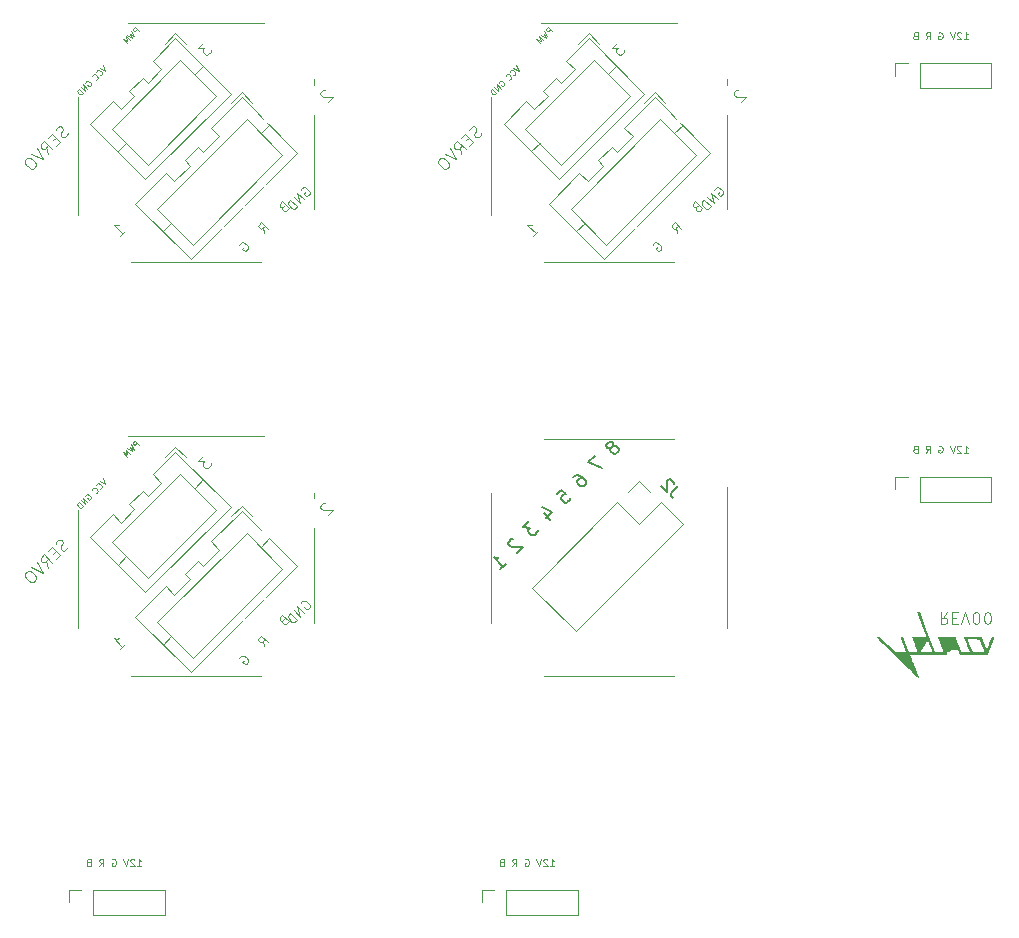
<source format=gbr>
%TF.GenerationSoftware,KiCad,Pcbnew,9.0.0*%
%TF.CreationDate,2025-06-25T09:26:05+09:00*%
%TF.ProjectId,pcb_connectors,7063625f-636f-46e6-9e65-63746f72732e,rev?*%
%TF.SameCoordinates,Original*%
%TF.FileFunction,Legend,Bot*%
%TF.FilePolarity,Positive*%
%FSLAX46Y46*%
G04 Gerber Fmt 4.6, Leading zero omitted, Abs format (unit mm)*
G04 Created by KiCad (PCBNEW 9.0.0) date 2025-06-25 09:26:05*
%MOMM*%
%LPD*%
G01*
G04 APERTURE LIST*
G04 Aperture macros list*
%AMRoundRect*
0 Rectangle with rounded corners*
0 $1 Rounding radius*
0 $2 $3 $4 $5 $6 $7 $8 $9 X,Y pos of 4 corners*
0 Add a 4 corners polygon primitive as box body*
4,1,4,$2,$3,$4,$5,$6,$7,$8,$9,$2,$3,0*
0 Add four circle primitives for the rounded corners*
1,1,$1+$1,$2,$3*
1,1,$1+$1,$4,$5*
1,1,$1+$1,$6,$7*
1,1,$1+$1,$8,$9*
0 Add four rect primitives between the rounded corners*
20,1,$1+$1,$2,$3,$4,$5,0*
20,1,$1+$1,$4,$5,$6,$7,0*
20,1,$1+$1,$6,$7,$8,$9,0*
20,1,$1+$1,$8,$9,$2,$3,0*%
%AMHorizOval*
0 Thick line with rounded ends*
0 $1 width*
0 $2 $3 position (X,Y) of the first rounded end (center of the circle)*
0 $4 $5 position (X,Y) of the second rounded end (center of the circle)*
0 Add line between two ends*
20,1,$1,$2,$3,$4,$5,0*
0 Add two circle primitives to create the rounded ends*
1,1,$1,$2,$3*
1,1,$1,$4,$5*%
%AMRotRect*
0 Rectangle, with rotation*
0 The origin of the aperture is its center*
0 $1 length*
0 $2 width*
0 $3 Rotation angle, in degrees counterclockwise*
0 Add horizontal line*
21,1,$1,$2,0,0,$3*%
G04 Aperture macros list end*
%ADD10C,0.100000*%
%ADD11C,0.062500*%
%ADD12C,0.150000*%
%ADD13C,0.125000*%
%ADD14C,0.120000*%
%ADD15C,0.000000*%
%ADD16C,5.000000*%
%ADD17RotRect,1.700000X1.700000X315.000000*%
%ADD18HorizOval,1.700000X0.000000X0.000000X0.000000X0.000000X0*%
%ADD19R,1.350000X1.350000*%
%ADD20O,1.350000X1.350000*%
%ADD21RotRect,1.350000X1.350000X135.000000*%
%ADD22HorizOval,1.350000X0.000000X0.000000X0.000000X0.000000X0*%
%ADD23RoundRect,0.250000X-0.088388X0.936916X-0.936916X0.088388X0.088388X-0.936916X0.936916X-0.088388X0*%
%ADD24HorizOval,1.700000X-0.088388X0.088388X0.088388X-0.088388X0*%
%ADD25RotRect,1.700000X1.700000X135.000000*%
%ADD26HorizOval,1.700000X0.000000X0.000000X0.000000X0.000000X0*%
%ADD27R,1.700000X1.700000*%
%ADD28O,1.700000X1.700000*%
%ADD29C,3.250000*%
%ADD30C,1.500000*%
%ADD31C,2.300000*%
G04 APERTURE END LIST*
D10*
X138534316Y-34059992D02*
X127034328Y-34059992D01*
X122784333Y-50309974D02*
X122784333Y-40309985D01*
X87784333Y-50309974D02*
X87784333Y-40309985D01*
X138284316Y-54309970D02*
X127284328Y-54309970D01*
X122784338Y-84809937D02*
X122784338Y-73809949D01*
X107784311Y-38809987D02*
X107784311Y-39309987D01*
X142784311Y-38809987D02*
X142784311Y-39309987D01*
X103284316Y-54309970D02*
X92284328Y-54309970D01*
X142784311Y-41809984D02*
X142784311Y-49809975D01*
X107784311Y-41809984D02*
X107784311Y-49809975D01*
X103534316Y-34059992D02*
X92034328Y-34059992D01*
X107784311Y-73809987D02*
X107784311Y-74309987D01*
X127284333Y-69309954D02*
X138284321Y-69309954D01*
X87784333Y-85309974D02*
X87784333Y-75309985D01*
X142784316Y-85309936D02*
X142784316Y-73309950D01*
X103284316Y-89309970D02*
X92284328Y-89309970D01*
X127284333Y-89309932D02*
X138284321Y-89309932D01*
X103534316Y-69059992D02*
X92034328Y-69059992D01*
X107784311Y-76809984D02*
X107784311Y-84809975D01*
X127777068Y-105431371D02*
X128119925Y-105431371D01*
X127948496Y-105431371D02*
X127948496Y-104831371D01*
X127948496Y-104831371D02*
X128005639Y-104917085D01*
X128005639Y-104917085D02*
X128062782Y-104974228D01*
X128062782Y-104974228D02*
X128119925Y-105002800D01*
X127548496Y-104888514D02*
X127519924Y-104859942D01*
X127519924Y-104859942D02*
X127462782Y-104831371D01*
X127462782Y-104831371D02*
X127319924Y-104831371D01*
X127319924Y-104831371D02*
X127262782Y-104859942D01*
X127262782Y-104859942D02*
X127234210Y-104888514D01*
X127234210Y-104888514D02*
X127205639Y-104945657D01*
X127205639Y-104945657D02*
X127205639Y-105002800D01*
X127205639Y-105002800D02*
X127234210Y-105088514D01*
X127234210Y-105088514D02*
X127577067Y-105431371D01*
X127577067Y-105431371D02*
X127205639Y-105431371D01*
X127034210Y-104831371D02*
X126834210Y-105431371D01*
X126834210Y-105431371D02*
X126634210Y-104831371D01*
X125662781Y-104859942D02*
X125719924Y-104831371D01*
X125719924Y-104831371D02*
X125805638Y-104831371D01*
X125805638Y-104831371D02*
X125891352Y-104859942D01*
X125891352Y-104859942D02*
X125948495Y-104917085D01*
X125948495Y-104917085D02*
X125977066Y-104974228D01*
X125977066Y-104974228D02*
X126005638Y-105088514D01*
X126005638Y-105088514D02*
X126005638Y-105174228D01*
X126005638Y-105174228D02*
X125977066Y-105288514D01*
X125977066Y-105288514D02*
X125948495Y-105345657D01*
X125948495Y-105345657D02*
X125891352Y-105402800D01*
X125891352Y-105402800D02*
X125805638Y-105431371D01*
X125805638Y-105431371D02*
X125748495Y-105431371D01*
X125748495Y-105431371D02*
X125662781Y-105402800D01*
X125662781Y-105402800D02*
X125634209Y-105374228D01*
X125634209Y-105374228D02*
X125634209Y-105174228D01*
X125634209Y-105174228D02*
X125748495Y-105174228D01*
X124577066Y-105431371D02*
X124777066Y-105145657D01*
X124919923Y-105431371D02*
X124919923Y-104831371D01*
X124919923Y-104831371D02*
X124691352Y-104831371D01*
X124691352Y-104831371D02*
X124634209Y-104859942D01*
X124634209Y-104859942D02*
X124605638Y-104888514D01*
X124605638Y-104888514D02*
X124577066Y-104945657D01*
X124577066Y-104945657D02*
X124577066Y-105031371D01*
X124577066Y-105031371D02*
X124605638Y-105088514D01*
X124605638Y-105088514D02*
X124634209Y-105117085D01*
X124634209Y-105117085D02*
X124691352Y-105145657D01*
X124691352Y-105145657D02*
X124919923Y-105145657D01*
X123662780Y-105117085D02*
X123577066Y-105145657D01*
X123577066Y-105145657D02*
X123548495Y-105174228D01*
X123548495Y-105174228D02*
X123519923Y-105231371D01*
X123519923Y-105231371D02*
X123519923Y-105317085D01*
X123519923Y-105317085D02*
X123548495Y-105374228D01*
X123548495Y-105374228D02*
X123577066Y-105402800D01*
X123577066Y-105402800D02*
X123634209Y-105431371D01*
X123634209Y-105431371D02*
X123862780Y-105431371D01*
X123862780Y-105431371D02*
X123862780Y-104831371D01*
X123862780Y-104831371D02*
X123662780Y-104831371D01*
X123662780Y-104831371D02*
X123605638Y-104859942D01*
X123605638Y-104859942D02*
X123577066Y-104888514D01*
X123577066Y-104888514D02*
X123548495Y-104945657D01*
X123548495Y-104945657D02*
X123548495Y-105002800D01*
X123548495Y-105002800D02*
X123577066Y-105059942D01*
X123577066Y-105059942D02*
X123605638Y-105088514D01*
X123605638Y-105088514D02*
X123662780Y-105117085D01*
X123662780Y-105117085D02*
X123862780Y-105117085D01*
X136468120Y-52837903D02*
X136495058Y-52757090D01*
X136495058Y-52757090D02*
X136575870Y-52676278D01*
X136575870Y-52676278D02*
X136683619Y-52622403D01*
X136683619Y-52622403D02*
X136791369Y-52622403D01*
X136791369Y-52622403D02*
X136872181Y-52649341D01*
X136872181Y-52649341D02*
X137006868Y-52730153D01*
X137006868Y-52730153D02*
X137087680Y-52810965D01*
X137087680Y-52810965D02*
X137168493Y-52945652D01*
X137168493Y-52945652D02*
X137195430Y-53026464D01*
X137195430Y-53026464D02*
X137195430Y-53134214D01*
X137195430Y-53134214D02*
X137141555Y-53241964D01*
X137141555Y-53241964D02*
X137087680Y-53295838D01*
X137087680Y-53295838D02*
X136979931Y-53349713D01*
X136979931Y-53349713D02*
X136926056Y-53349713D01*
X136926056Y-53349713D02*
X136737494Y-53161151D01*
X136737494Y-53161151D02*
X136845244Y-53053402D01*
D11*
X92963900Y-34766319D02*
X92610347Y-34412766D01*
X92610347Y-34412766D02*
X92475660Y-34547453D01*
X92475660Y-34547453D02*
X92458824Y-34597961D01*
X92458824Y-34597961D02*
X92458824Y-34631632D01*
X92458824Y-34631632D02*
X92475660Y-34682140D01*
X92475660Y-34682140D02*
X92526167Y-34732648D01*
X92526167Y-34732648D02*
X92576675Y-34749484D01*
X92576675Y-34749484D02*
X92610347Y-34749484D01*
X92610347Y-34749484D02*
X92660854Y-34732648D01*
X92660854Y-34732648D02*
X92795541Y-34597961D01*
X92290465Y-34732648D02*
X92559839Y-35170380D01*
X92559839Y-35170380D02*
X92239957Y-34985186D01*
X92239957Y-34985186D02*
X92425152Y-35305067D01*
X92425152Y-35305067D02*
X91987419Y-35035693D01*
X92206285Y-35523934D02*
X91852732Y-35170381D01*
X91852732Y-35170381D02*
X91987419Y-35540770D01*
X91987419Y-35540770D02*
X91617030Y-35406083D01*
X91617030Y-35406083D02*
X91970583Y-35759636D01*
D12*
X133092663Y-69872023D02*
X133131048Y-69756865D01*
X133131048Y-69756865D02*
X133131048Y-69680094D01*
X133131048Y-69680094D02*
X133092663Y-69564936D01*
X133092663Y-69564936D02*
X133054277Y-69526550D01*
X133054277Y-69526550D02*
X132939119Y-69488165D01*
X132939119Y-69488165D02*
X132862348Y-69488165D01*
X132862348Y-69488165D02*
X132747190Y-69526550D01*
X132747190Y-69526550D02*
X132593647Y-69680094D01*
X132593647Y-69680094D02*
X132555261Y-69795251D01*
X132555261Y-69795251D02*
X132555261Y-69872023D01*
X132555261Y-69872023D02*
X132593647Y-69987180D01*
X132593647Y-69987180D02*
X132632033Y-70025566D01*
X132632033Y-70025566D02*
X132747190Y-70063951D01*
X132747190Y-70063951D02*
X132823962Y-70063951D01*
X132823962Y-70063951D02*
X132939119Y-70025566D01*
X132939119Y-70025566D02*
X133092663Y-69872023D01*
X133092663Y-69872023D02*
X133207820Y-69833637D01*
X133207820Y-69833637D02*
X133284591Y-69833637D01*
X133284591Y-69833637D02*
X133399749Y-69872023D01*
X133399749Y-69872023D02*
X133553292Y-70025566D01*
X133553292Y-70025566D02*
X133591678Y-70140723D01*
X133591678Y-70140723D02*
X133591678Y-70217495D01*
X133591678Y-70217495D02*
X133553292Y-70332652D01*
X133553292Y-70332652D02*
X133399749Y-70486195D01*
X133399749Y-70486195D02*
X133284591Y-70524581D01*
X133284591Y-70524581D02*
X133207820Y-70524581D01*
X133207820Y-70524581D02*
X133092663Y-70486195D01*
X133092663Y-70486195D02*
X132939119Y-70332652D01*
X132939119Y-70332652D02*
X132900734Y-70217495D01*
X132900734Y-70217495D02*
X132900734Y-70140723D01*
X132900734Y-70140723D02*
X132939119Y-70025566D01*
X131557231Y-70716510D02*
X131019830Y-71253911D01*
X131019830Y-71253911D02*
X132171404Y-71714540D01*
X129753099Y-72520641D02*
X129906642Y-72367098D01*
X129906642Y-72367098D02*
X130021800Y-72328712D01*
X130021800Y-72328712D02*
X130098571Y-72328712D01*
X130098571Y-72328712D02*
X130290500Y-72367098D01*
X130290500Y-72367098D02*
X130482429Y-72482256D01*
X130482429Y-72482256D02*
X130789516Y-72789342D01*
X130789516Y-72789342D02*
X130827902Y-72904499D01*
X130827902Y-72904499D02*
X130827902Y-72981271D01*
X130827902Y-72981271D02*
X130789516Y-73096428D01*
X130789516Y-73096428D02*
X130635973Y-73249972D01*
X130635973Y-73249972D02*
X130520815Y-73288357D01*
X130520815Y-73288357D02*
X130444044Y-73288357D01*
X130444044Y-73288357D02*
X130328886Y-73249972D01*
X130328886Y-73249972D02*
X130136957Y-73058043D01*
X130136957Y-73058043D02*
X130098571Y-72942885D01*
X130098571Y-72942885D02*
X130098571Y-72866114D01*
X130098571Y-72866114D02*
X130136957Y-72750956D01*
X130136957Y-72750956D02*
X130290500Y-72597413D01*
X130290500Y-72597413D02*
X130405658Y-72559027D01*
X130405658Y-72559027D02*
X130482429Y-72559027D01*
X130482429Y-72559027D02*
X130597587Y-72597413D01*
X128332825Y-73940915D02*
X128716683Y-73557057D01*
X128716683Y-73557057D02*
X129138927Y-73902530D01*
X129138927Y-73902530D02*
X129062155Y-73902530D01*
X129062155Y-73902530D02*
X128946998Y-73940915D01*
X128946998Y-73940915D02*
X128755069Y-74132844D01*
X128755069Y-74132844D02*
X128716683Y-74248002D01*
X128716683Y-74248002D02*
X128716683Y-74324773D01*
X128716683Y-74324773D02*
X128755069Y-74439931D01*
X128755069Y-74439931D02*
X128946998Y-74631860D01*
X128946998Y-74631860D02*
X129062155Y-74670246D01*
X129062155Y-74670246D02*
X129138927Y-74670246D01*
X129138927Y-74670246D02*
X129254084Y-74631860D01*
X129254084Y-74631860D02*
X129446013Y-74439931D01*
X129446013Y-74439931D02*
X129484399Y-74324773D01*
X129484399Y-74324773D02*
X129484399Y-74248002D01*
X127258023Y-75553118D02*
X127795425Y-76090520D01*
X127142866Y-75054103D02*
X127910582Y-75437961D01*
X127910582Y-75437961D02*
X127411567Y-75936976D01*
X126029678Y-76244062D02*
X125530663Y-76743078D01*
X125530663Y-76743078D02*
X126106450Y-76781463D01*
X126106450Y-76781463D02*
X125991293Y-76896621D01*
X125991293Y-76896621D02*
X125952907Y-77011778D01*
X125952907Y-77011778D02*
X125952907Y-77088550D01*
X125952907Y-77088550D02*
X125991293Y-77203707D01*
X125991293Y-77203707D02*
X126183222Y-77395636D01*
X126183222Y-77395636D02*
X126298379Y-77434022D01*
X126298379Y-77434022D02*
X126375151Y-77434022D01*
X126375151Y-77434022D02*
X126490308Y-77395636D01*
X126490308Y-77395636D02*
X126720623Y-77165321D01*
X126720623Y-77165321D02*
X126759009Y-77050164D01*
X126759009Y-77050164D02*
X126759009Y-76973392D01*
X124686176Y-77741108D02*
X124609404Y-77741108D01*
X124609404Y-77741108D02*
X124494247Y-77779494D01*
X124494247Y-77779494D02*
X124302318Y-77971423D01*
X124302318Y-77971423D02*
X124263932Y-78086580D01*
X124263932Y-78086580D02*
X124263932Y-78163352D01*
X124263932Y-78163352D02*
X124302318Y-78278509D01*
X124302318Y-78278509D02*
X124379090Y-78355281D01*
X124379090Y-78355281D02*
X124532633Y-78432052D01*
X124532633Y-78432052D02*
X125453892Y-78432052D01*
X125453892Y-78432052D02*
X124954877Y-78931067D01*
X123572988Y-80312956D02*
X124033618Y-79852326D01*
X123803303Y-80082641D02*
X122997202Y-79276539D01*
X122997202Y-79276539D02*
X123189130Y-79314925D01*
X123189130Y-79314925D02*
X123342674Y-79314925D01*
X123342674Y-79314925D02*
X123457831Y-79276539D01*
D10*
X162811409Y-35431371D02*
X163154266Y-35431371D01*
X162982837Y-35431371D02*
X162982837Y-34831371D01*
X162982837Y-34831371D02*
X163039980Y-34917085D01*
X163039980Y-34917085D02*
X163097123Y-34974228D01*
X163097123Y-34974228D02*
X163154266Y-35002800D01*
X162582837Y-34888514D02*
X162554265Y-34859942D01*
X162554265Y-34859942D02*
X162497123Y-34831371D01*
X162497123Y-34831371D02*
X162354265Y-34831371D01*
X162354265Y-34831371D02*
X162297123Y-34859942D01*
X162297123Y-34859942D02*
X162268551Y-34888514D01*
X162268551Y-34888514D02*
X162239980Y-34945657D01*
X162239980Y-34945657D02*
X162239980Y-35002800D01*
X162239980Y-35002800D02*
X162268551Y-35088514D01*
X162268551Y-35088514D02*
X162611408Y-35431371D01*
X162611408Y-35431371D02*
X162239980Y-35431371D01*
X162068551Y-34831371D02*
X161868551Y-35431371D01*
X161868551Y-35431371D02*
X161668551Y-34831371D01*
X160697122Y-34859942D02*
X160754265Y-34831371D01*
X160754265Y-34831371D02*
X160839979Y-34831371D01*
X160839979Y-34831371D02*
X160925693Y-34859942D01*
X160925693Y-34859942D02*
X160982836Y-34917085D01*
X160982836Y-34917085D02*
X161011407Y-34974228D01*
X161011407Y-34974228D02*
X161039979Y-35088514D01*
X161039979Y-35088514D02*
X161039979Y-35174228D01*
X161039979Y-35174228D02*
X161011407Y-35288514D01*
X161011407Y-35288514D02*
X160982836Y-35345657D01*
X160982836Y-35345657D02*
X160925693Y-35402800D01*
X160925693Y-35402800D02*
X160839979Y-35431371D01*
X160839979Y-35431371D02*
X160782836Y-35431371D01*
X160782836Y-35431371D02*
X160697122Y-35402800D01*
X160697122Y-35402800D02*
X160668550Y-35374228D01*
X160668550Y-35374228D02*
X160668550Y-35174228D01*
X160668550Y-35174228D02*
X160782836Y-35174228D01*
X159611407Y-35431371D02*
X159811407Y-35145657D01*
X159954264Y-35431371D02*
X159954264Y-34831371D01*
X159954264Y-34831371D02*
X159725693Y-34831371D01*
X159725693Y-34831371D02*
X159668550Y-34859942D01*
X159668550Y-34859942D02*
X159639979Y-34888514D01*
X159639979Y-34888514D02*
X159611407Y-34945657D01*
X159611407Y-34945657D02*
X159611407Y-35031371D01*
X159611407Y-35031371D02*
X159639979Y-35088514D01*
X159639979Y-35088514D02*
X159668550Y-35117085D01*
X159668550Y-35117085D02*
X159725693Y-35145657D01*
X159725693Y-35145657D02*
X159954264Y-35145657D01*
X158697121Y-35117085D02*
X158611407Y-35145657D01*
X158611407Y-35145657D02*
X158582836Y-35174228D01*
X158582836Y-35174228D02*
X158554264Y-35231371D01*
X158554264Y-35231371D02*
X158554264Y-35317085D01*
X158554264Y-35317085D02*
X158582836Y-35374228D01*
X158582836Y-35374228D02*
X158611407Y-35402800D01*
X158611407Y-35402800D02*
X158668550Y-35431371D01*
X158668550Y-35431371D02*
X158897121Y-35431371D01*
X158897121Y-35431371D02*
X158897121Y-34831371D01*
X158897121Y-34831371D02*
X158697121Y-34831371D01*
X158697121Y-34831371D02*
X158639979Y-34859942D01*
X158639979Y-34859942D02*
X158611407Y-34888514D01*
X158611407Y-34888514D02*
X158582836Y-34945657D01*
X158582836Y-34945657D02*
X158582836Y-35002800D01*
X158582836Y-35002800D02*
X158611407Y-35059942D01*
X158611407Y-35059942D02*
X158639979Y-35088514D01*
X158639979Y-35088514D02*
X158697121Y-35117085D01*
X158697121Y-35117085D02*
X158897121Y-35117085D01*
X105177063Y-49613833D02*
X105123189Y-49721582D01*
X105123189Y-49721582D02*
X105123189Y-49775457D01*
X105123189Y-49775457D02*
X105150126Y-49856269D01*
X105150126Y-49856269D02*
X105230938Y-49937081D01*
X105230938Y-49937081D02*
X105311750Y-49964019D01*
X105311750Y-49964019D02*
X105365625Y-49964019D01*
X105365625Y-49964019D02*
X105446437Y-49937081D01*
X105446437Y-49937081D02*
X105661937Y-49721582D01*
X105661937Y-49721582D02*
X105096251Y-49155897D01*
X105096251Y-49155897D02*
X104907689Y-49344459D01*
X104907689Y-49344459D02*
X104880752Y-49425271D01*
X104880752Y-49425271D02*
X104880752Y-49479146D01*
X104880752Y-49479146D02*
X104907689Y-49559958D01*
X104907689Y-49559958D02*
X104961564Y-49613833D01*
X104961564Y-49613833D02*
X105042376Y-49640770D01*
X105042376Y-49640770D02*
X105096251Y-49640770D01*
X105096251Y-49640770D02*
X105177063Y-49613833D01*
X105177063Y-49613833D02*
X105365625Y-49425271D01*
D11*
X88441531Y-74099622D02*
X88458367Y-74049114D01*
X88458367Y-74049114D02*
X88508874Y-73998606D01*
X88508874Y-73998606D02*
X88576218Y-73964935D01*
X88576218Y-73964935D02*
X88643561Y-73964935D01*
X88643561Y-73964935D02*
X88694069Y-73981770D01*
X88694069Y-73981770D02*
X88778248Y-74032278D01*
X88778248Y-74032278D02*
X88828756Y-74082786D01*
X88828756Y-74082786D02*
X88879264Y-74166965D01*
X88879264Y-74166965D02*
X88896100Y-74217473D01*
X88896100Y-74217473D02*
X88896100Y-74284816D01*
X88896100Y-74284816D02*
X88862428Y-74352160D01*
X88862428Y-74352160D02*
X88828756Y-74385831D01*
X88828756Y-74385831D02*
X88761412Y-74419503D01*
X88761412Y-74419503D02*
X88727741Y-74419503D01*
X88727741Y-74419503D02*
X88609890Y-74301652D01*
X88609890Y-74301652D02*
X88677233Y-74234309D01*
X88609890Y-74604698D02*
X88256336Y-74251144D01*
X88256336Y-74251144D02*
X88407859Y-74806728D01*
X88407859Y-74806728D02*
X88054306Y-74453175D01*
X88239500Y-74975087D02*
X87885947Y-74621534D01*
X87885947Y-74621534D02*
X87801767Y-74705713D01*
X87801767Y-74705713D02*
X87768095Y-74773057D01*
X87768095Y-74773057D02*
X87768095Y-74840400D01*
X87768095Y-74840400D02*
X87784931Y-74890908D01*
X87784931Y-74890908D02*
X87835439Y-74975087D01*
X87835439Y-74975087D02*
X87885947Y-75025595D01*
X87885947Y-75025595D02*
X87970126Y-75076103D01*
X87970126Y-75076103D02*
X88020634Y-75092939D01*
X88020634Y-75092939D02*
X88087977Y-75092939D01*
X88087977Y-75092939D02*
X88155321Y-75059267D01*
X88155321Y-75059267D02*
X88239500Y-74975087D01*
D10*
X92811390Y-105431332D02*
X93154247Y-105431332D01*
X92982818Y-105431332D02*
X92982818Y-104831332D01*
X92982818Y-104831332D02*
X93039961Y-104917046D01*
X93039961Y-104917046D02*
X93097104Y-104974189D01*
X93097104Y-104974189D02*
X93154247Y-105002761D01*
X92582818Y-104888475D02*
X92554246Y-104859903D01*
X92554246Y-104859903D02*
X92497104Y-104831332D01*
X92497104Y-104831332D02*
X92354246Y-104831332D01*
X92354246Y-104831332D02*
X92297104Y-104859903D01*
X92297104Y-104859903D02*
X92268532Y-104888475D01*
X92268532Y-104888475D02*
X92239961Y-104945618D01*
X92239961Y-104945618D02*
X92239961Y-105002761D01*
X92239961Y-105002761D02*
X92268532Y-105088475D01*
X92268532Y-105088475D02*
X92611389Y-105431332D01*
X92611389Y-105431332D02*
X92239961Y-105431332D01*
X92068532Y-104831332D02*
X91868532Y-105431332D01*
X91868532Y-105431332D02*
X91668532Y-104831332D01*
X90697103Y-104859903D02*
X90754246Y-104831332D01*
X90754246Y-104831332D02*
X90839960Y-104831332D01*
X90839960Y-104831332D02*
X90925674Y-104859903D01*
X90925674Y-104859903D02*
X90982817Y-104917046D01*
X90982817Y-104917046D02*
X91011388Y-104974189D01*
X91011388Y-104974189D02*
X91039960Y-105088475D01*
X91039960Y-105088475D02*
X91039960Y-105174189D01*
X91039960Y-105174189D02*
X91011388Y-105288475D01*
X91011388Y-105288475D02*
X90982817Y-105345618D01*
X90982817Y-105345618D02*
X90925674Y-105402761D01*
X90925674Y-105402761D02*
X90839960Y-105431332D01*
X90839960Y-105431332D02*
X90782817Y-105431332D01*
X90782817Y-105431332D02*
X90697103Y-105402761D01*
X90697103Y-105402761D02*
X90668531Y-105374189D01*
X90668531Y-105374189D02*
X90668531Y-105174189D01*
X90668531Y-105174189D02*
X90782817Y-105174189D01*
X89611388Y-105431332D02*
X89811388Y-105145618D01*
X89954245Y-105431332D02*
X89954245Y-104831332D01*
X89954245Y-104831332D02*
X89725674Y-104831332D01*
X89725674Y-104831332D02*
X89668531Y-104859903D01*
X89668531Y-104859903D02*
X89639960Y-104888475D01*
X89639960Y-104888475D02*
X89611388Y-104945618D01*
X89611388Y-104945618D02*
X89611388Y-105031332D01*
X89611388Y-105031332D02*
X89639960Y-105088475D01*
X89639960Y-105088475D02*
X89668531Y-105117046D01*
X89668531Y-105117046D02*
X89725674Y-105145618D01*
X89725674Y-105145618D02*
X89954245Y-105145618D01*
X88697102Y-105117046D02*
X88611388Y-105145618D01*
X88611388Y-105145618D02*
X88582817Y-105174189D01*
X88582817Y-105174189D02*
X88554245Y-105231332D01*
X88554245Y-105231332D02*
X88554245Y-105317046D01*
X88554245Y-105317046D02*
X88582817Y-105374189D01*
X88582817Y-105374189D02*
X88611388Y-105402761D01*
X88611388Y-105402761D02*
X88668531Y-105431332D01*
X88668531Y-105431332D02*
X88897102Y-105431332D01*
X88897102Y-105431332D02*
X88897102Y-104831332D01*
X88897102Y-104831332D02*
X88697102Y-104831332D01*
X88697102Y-104831332D02*
X88639960Y-104859903D01*
X88639960Y-104859903D02*
X88611388Y-104888475D01*
X88611388Y-104888475D02*
X88582817Y-104945618D01*
X88582817Y-104945618D02*
X88582817Y-105002761D01*
X88582817Y-105002761D02*
X88611388Y-105059903D01*
X88611388Y-105059903D02*
X88639960Y-105088475D01*
X88639960Y-105088475D02*
X88697102Y-105117046D01*
X88697102Y-105117046D02*
X88897102Y-105117046D01*
X103570921Y-51812598D02*
X103490109Y-51354662D01*
X103894170Y-51489349D02*
X103328484Y-50923664D01*
X103328484Y-50923664D02*
X103112985Y-51139163D01*
X103112985Y-51139163D02*
X103086048Y-51219975D01*
X103086048Y-51219975D02*
X103086048Y-51273850D01*
X103086048Y-51273850D02*
X103112985Y-51354662D01*
X103112985Y-51354662D02*
X103193797Y-51435474D01*
X103193797Y-51435474D02*
X103274609Y-51462412D01*
X103274609Y-51462412D02*
X103328484Y-51462412D01*
X103328484Y-51462412D02*
X103409296Y-51435474D01*
X103409296Y-51435474D02*
X103624796Y-51219975D01*
X91358846Y-87055027D02*
X91762907Y-86650966D01*
X91560877Y-86852997D02*
X90853770Y-86145890D01*
X90853770Y-86145890D02*
X91022129Y-86179561D01*
X91022129Y-86179561D02*
X91156816Y-86179561D01*
X91156816Y-86179561D02*
X91257831Y-86145890D01*
X101468120Y-52837903D02*
X101495058Y-52757090D01*
X101495058Y-52757090D02*
X101575870Y-52676278D01*
X101575870Y-52676278D02*
X101683619Y-52622403D01*
X101683619Y-52622403D02*
X101791369Y-52622403D01*
X101791369Y-52622403D02*
X101872181Y-52649341D01*
X101872181Y-52649341D02*
X102006868Y-52730153D01*
X102006868Y-52730153D02*
X102087680Y-52810965D01*
X102087680Y-52810965D02*
X102168493Y-52945652D01*
X102168493Y-52945652D02*
X102195430Y-53026464D01*
X102195430Y-53026464D02*
X102195430Y-53134214D01*
X102195430Y-53134214D02*
X102141555Y-53241964D01*
X102141555Y-53241964D02*
X102087680Y-53295838D01*
X102087680Y-53295838D02*
X101979931Y-53349713D01*
X101979931Y-53349713D02*
X101926056Y-53349713D01*
X101926056Y-53349713D02*
X101737494Y-53161151D01*
X101737494Y-53161151D02*
X101845244Y-53053402D01*
D11*
X89897834Y-72609646D02*
X90133537Y-73081051D01*
X90133537Y-73081051D02*
X89662132Y-72845349D01*
X89662132Y-73485112D02*
X89695804Y-73485112D01*
X89695804Y-73485112D02*
X89763148Y-73451440D01*
X89763148Y-73451440D02*
X89796819Y-73417768D01*
X89796819Y-73417768D02*
X89830491Y-73350425D01*
X89830491Y-73350425D02*
X89830491Y-73283081D01*
X89830491Y-73283081D02*
X89813655Y-73232573D01*
X89813655Y-73232573D02*
X89763148Y-73148394D01*
X89763148Y-73148394D02*
X89712640Y-73097886D01*
X89712640Y-73097886D02*
X89628461Y-73047379D01*
X89628461Y-73047379D02*
X89577953Y-73030543D01*
X89577953Y-73030543D02*
X89510609Y-73030543D01*
X89510609Y-73030543D02*
X89443266Y-73064215D01*
X89443266Y-73064215D02*
X89409594Y-73097886D01*
X89409594Y-73097886D02*
X89375922Y-73165230D01*
X89375922Y-73165230D02*
X89375922Y-73198902D01*
X89308579Y-73838665D02*
X89342251Y-73838665D01*
X89342251Y-73838665D02*
X89409594Y-73804993D01*
X89409594Y-73804993D02*
X89443266Y-73771322D01*
X89443266Y-73771322D02*
X89476938Y-73703978D01*
X89476938Y-73703978D02*
X89476938Y-73636634D01*
X89476938Y-73636634D02*
X89460102Y-73586127D01*
X89460102Y-73586127D02*
X89409594Y-73501947D01*
X89409594Y-73501947D02*
X89359087Y-73451440D01*
X89359087Y-73451440D02*
X89274907Y-73400932D01*
X89274907Y-73400932D02*
X89224400Y-73384096D01*
X89224400Y-73384096D02*
X89157056Y-73384096D01*
X89157056Y-73384096D02*
X89089713Y-73417768D01*
X89089713Y-73417768D02*
X89056041Y-73451440D01*
X89056041Y-73451440D02*
X89022369Y-73518783D01*
X89022369Y-73518783D02*
X89022369Y-73552455D01*
D13*
X86966693Y-43378014D02*
X86899349Y-43512701D01*
X86899349Y-43512701D02*
X86730990Y-43681060D01*
X86730990Y-43681060D02*
X86629975Y-43714731D01*
X86629975Y-43714731D02*
X86562631Y-43714731D01*
X86562631Y-43714731D02*
X86461616Y-43681060D01*
X86461616Y-43681060D02*
X86394273Y-43613716D01*
X86394273Y-43613716D02*
X86360601Y-43512701D01*
X86360601Y-43512701D02*
X86360601Y-43445357D01*
X86360601Y-43445357D02*
X86394273Y-43344342D01*
X86394273Y-43344342D02*
X86495288Y-43175983D01*
X86495288Y-43175983D02*
X86528960Y-43074968D01*
X86528960Y-43074968D02*
X86528960Y-43007625D01*
X86528960Y-43007625D02*
X86495288Y-42906609D01*
X86495288Y-42906609D02*
X86427944Y-42839266D01*
X86427944Y-42839266D02*
X86326929Y-42805594D01*
X86326929Y-42805594D02*
X86259586Y-42805594D01*
X86259586Y-42805594D02*
X86158570Y-42839266D01*
X86158570Y-42839266D02*
X85990212Y-43007625D01*
X85990212Y-43007625D02*
X85922868Y-43142312D01*
X85922868Y-43748403D02*
X85687166Y-43984105D01*
X85956540Y-44455510D02*
X86293257Y-44118792D01*
X86293257Y-44118792D02*
X85586151Y-43411686D01*
X85586151Y-43411686D02*
X85249433Y-43748403D01*
X85249433Y-45162617D02*
X85148418Y-44590197D01*
X85653494Y-44758556D02*
X84946387Y-44051449D01*
X84946387Y-44051449D02*
X84677013Y-44320823D01*
X84677013Y-44320823D02*
X84643342Y-44421838D01*
X84643342Y-44421838D02*
X84643342Y-44489182D01*
X84643342Y-44489182D02*
X84677013Y-44590197D01*
X84677013Y-44590197D02*
X84778029Y-44691212D01*
X84778029Y-44691212D02*
X84879044Y-44724884D01*
X84879044Y-44724884D02*
X84946387Y-44724884D01*
X84946387Y-44724884D02*
X85047403Y-44691212D01*
X85047403Y-44691212D02*
X85316777Y-44421838D01*
X84340296Y-44657540D02*
X84811700Y-45600349D01*
X84811700Y-45600349D02*
X83868891Y-45128945D01*
X83498502Y-45499334D02*
X83363815Y-45634021D01*
X83363815Y-45634021D02*
X83330143Y-45735037D01*
X83330143Y-45735037D02*
X83330143Y-45869724D01*
X83330143Y-45869724D02*
X83431158Y-46038082D01*
X83431158Y-46038082D02*
X83666861Y-46273785D01*
X83666861Y-46273785D02*
X83835219Y-46374800D01*
X83835219Y-46374800D02*
X83969906Y-46374800D01*
X83969906Y-46374800D02*
X84070922Y-46341128D01*
X84070922Y-46341128D02*
X84205609Y-46206441D01*
X84205609Y-46206441D02*
X84239280Y-46105426D01*
X84239280Y-46105426D02*
X84239280Y-45970739D01*
X84239280Y-45970739D02*
X84138265Y-45802380D01*
X84138265Y-45802380D02*
X83902563Y-45566678D01*
X83902563Y-45566678D02*
X83734204Y-45465663D01*
X83734204Y-45465663D02*
X83599517Y-45465663D01*
X83599517Y-45465663D02*
X83498502Y-45499334D01*
D10*
X106695138Y-48175841D02*
X106722076Y-48095028D01*
X106722076Y-48095028D02*
X106802888Y-48014216D01*
X106802888Y-48014216D02*
X106910637Y-47960341D01*
X106910637Y-47960341D02*
X107018387Y-47960341D01*
X107018387Y-47960341D02*
X107099199Y-47987279D01*
X107099199Y-47987279D02*
X107233886Y-48068091D01*
X107233886Y-48068091D02*
X107314698Y-48148903D01*
X107314698Y-48148903D02*
X107395511Y-48283590D01*
X107395511Y-48283590D02*
X107422448Y-48364402D01*
X107422448Y-48364402D02*
X107422448Y-48472152D01*
X107422448Y-48472152D02*
X107368573Y-48579902D01*
X107368573Y-48579902D02*
X107314698Y-48633776D01*
X107314698Y-48633776D02*
X107206949Y-48687651D01*
X107206949Y-48687651D02*
X107153074Y-48687651D01*
X107153074Y-48687651D02*
X106964512Y-48499089D01*
X106964512Y-48499089D02*
X107072262Y-48391340D01*
X106964512Y-48983963D02*
X106398827Y-48418277D01*
X106398827Y-48418277D02*
X106641263Y-49307212D01*
X106641263Y-49307212D02*
X106075578Y-48741526D01*
X106371889Y-49576585D02*
X105806204Y-49010900D01*
X105806204Y-49010900D02*
X105671517Y-49145587D01*
X105671517Y-49145587D02*
X105617642Y-49253337D01*
X105617642Y-49253337D02*
X105617642Y-49361086D01*
X105617642Y-49361086D02*
X105644580Y-49441898D01*
X105644580Y-49441898D02*
X105725392Y-49576585D01*
X105725392Y-49576585D02*
X105806204Y-49657398D01*
X105806204Y-49657398D02*
X105940891Y-49738210D01*
X105940891Y-49738210D02*
X106021703Y-49765147D01*
X106021703Y-49765147D02*
X106129453Y-49765147D01*
X106129453Y-49765147D02*
X106237202Y-49711272D01*
X106237202Y-49711272D02*
X106371889Y-49576585D01*
X133430456Y-35705244D02*
X132992723Y-36142977D01*
X132992723Y-36142977D02*
X133497800Y-36176649D01*
X133497800Y-36176649D02*
X133396785Y-36277664D01*
X133396785Y-36277664D02*
X133363113Y-36378679D01*
X133363113Y-36378679D02*
X133363113Y-36446023D01*
X133363113Y-36446023D02*
X133396785Y-36547038D01*
X133396785Y-36547038D02*
X133565143Y-36715397D01*
X133565143Y-36715397D02*
X133666159Y-36749069D01*
X133666159Y-36749069D02*
X133733502Y-36749069D01*
X133733502Y-36749069D02*
X133834517Y-36715397D01*
X133834517Y-36715397D02*
X134036548Y-36513367D01*
X134036548Y-36513367D02*
X134070220Y-36412351D01*
X134070220Y-36412351D02*
X134070220Y-36345008D01*
X108717177Y-74695347D02*
X108649834Y-74695347D01*
X108649834Y-74695347D02*
X108548818Y-74729018D01*
X108548818Y-74729018D02*
X108380459Y-74897377D01*
X108380459Y-74897377D02*
X108346788Y-74998392D01*
X108346788Y-74998392D02*
X108346788Y-75065736D01*
X108346788Y-75065736D02*
X108380459Y-75166751D01*
X108380459Y-75166751D02*
X108447803Y-75234095D01*
X108447803Y-75234095D02*
X108582490Y-75301438D01*
X108582490Y-75301438D02*
X109390612Y-75301438D01*
X109390612Y-75301438D02*
X108952879Y-75739171D01*
X101468120Y-87837903D02*
X101495058Y-87757090D01*
X101495058Y-87757090D02*
X101575870Y-87676278D01*
X101575870Y-87676278D02*
X101683619Y-87622403D01*
X101683619Y-87622403D02*
X101791369Y-87622403D01*
X101791369Y-87622403D02*
X101872181Y-87649341D01*
X101872181Y-87649341D02*
X102006868Y-87730153D01*
X102006868Y-87730153D02*
X102087680Y-87810965D01*
X102087680Y-87810965D02*
X102168493Y-87945652D01*
X102168493Y-87945652D02*
X102195430Y-88026464D01*
X102195430Y-88026464D02*
X102195430Y-88134214D01*
X102195430Y-88134214D02*
X102141555Y-88241964D01*
X102141555Y-88241964D02*
X102087680Y-88295838D01*
X102087680Y-88295838D02*
X101979931Y-88349713D01*
X101979931Y-88349713D02*
X101926056Y-88349713D01*
X101926056Y-88349713D02*
X101737494Y-88161151D01*
X101737494Y-88161151D02*
X101845244Y-88053402D01*
X126358846Y-52055027D02*
X126762907Y-51650966D01*
X126560877Y-51852997D02*
X125853770Y-51145890D01*
X125853770Y-51145890D02*
X126022129Y-51179561D01*
X126022129Y-51179561D02*
X126156816Y-51179561D01*
X126156816Y-51179561D02*
X126257831Y-51145890D01*
X143717177Y-39695347D02*
X143649834Y-39695347D01*
X143649834Y-39695347D02*
X143548818Y-39729018D01*
X143548818Y-39729018D02*
X143380459Y-39897377D01*
X143380459Y-39897377D02*
X143346788Y-39998392D01*
X143346788Y-39998392D02*
X143346788Y-40065736D01*
X143346788Y-40065736D02*
X143380459Y-40166751D01*
X143380459Y-40166751D02*
X143447803Y-40234095D01*
X143447803Y-40234095D02*
X143582490Y-40301438D01*
X143582490Y-40301438D02*
X144390612Y-40301438D01*
X144390612Y-40301438D02*
X143952879Y-40739171D01*
X103570921Y-86812598D02*
X103490109Y-86354662D01*
X103894170Y-86489349D02*
X103328484Y-85923664D01*
X103328484Y-85923664D02*
X103112985Y-86139163D01*
X103112985Y-86139163D02*
X103086048Y-86219975D01*
X103086048Y-86219975D02*
X103086048Y-86273850D01*
X103086048Y-86273850D02*
X103112985Y-86354662D01*
X103112985Y-86354662D02*
X103193797Y-86435474D01*
X103193797Y-86435474D02*
X103274609Y-86462412D01*
X103274609Y-86462412D02*
X103328484Y-86462412D01*
X103328484Y-86462412D02*
X103409296Y-86435474D01*
X103409296Y-86435474D02*
X103624796Y-86219975D01*
X105177063Y-84613833D02*
X105123189Y-84721582D01*
X105123189Y-84721582D02*
X105123189Y-84775457D01*
X105123189Y-84775457D02*
X105150126Y-84856269D01*
X105150126Y-84856269D02*
X105230938Y-84937081D01*
X105230938Y-84937081D02*
X105311750Y-84964019D01*
X105311750Y-84964019D02*
X105365625Y-84964019D01*
X105365625Y-84964019D02*
X105446437Y-84937081D01*
X105446437Y-84937081D02*
X105661937Y-84721582D01*
X105661937Y-84721582D02*
X105096251Y-84155897D01*
X105096251Y-84155897D02*
X104907689Y-84344459D01*
X104907689Y-84344459D02*
X104880752Y-84425271D01*
X104880752Y-84425271D02*
X104880752Y-84479146D01*
X104880752Y-84479146D02*
X104907689Y-84559958D01*
X104907689Y-84559958D02*
X104961564Y-84613833D01*
X104961564Y-84613833D02*
X105042376Y-84640770D01*
X105042376Y-84640770D02*
X105096251Y-84640770D01*
X105096251Y-84640770D02*
X105177063Y-84613833D01*
X105177063Y-84613833D02*
X105365625Y-84425271D01*
X138570921Y-51812598D02*
X138490109Y-51354662D01*
X138894170Y-51489349D02*
X138328484Y-50923664D01*
X138328484Y-50923664D02*
X138112985Y-51139163D01*
X138112985Y-51139163D02*
X138086048Y-51219975D01*
X138086048Y-51219975D02*
X138086048Y-51273850D01*
X138086048Y-51273850D02*
X138112985Y-51354662D01*
X138112985Y-51354662D02*
X138193797Y-51435474D01*
X138193797Y-51435474D02*
X138274609Y-51462412D01*
X138274609Y-51462412D02*
X138328484Y-51462412D01*
X138328484Y-51462412D02*
X138409296Y-51435474D01*
X138409296Y-51435474D02*
X138624796Y-51219975D01*
X140177063Y-49613833D02*
X140123189Y-49721582D01*
X140123189Y-49721582D02*
X140123189Y-49775457D01*
X140123189Y-49775457D02*
X140150126Y-49856269D01*
X140150126Y-49856269D02*
X140230938Y-49937081D01*
X140230938Y-49937081D02*
X140311750Y-49964019D01*
X140311750Y-49964019D02*
X140365625Y-49964019D01*
X140365625Y-49964019D02*
X140446437Y-49937081D01*
X140446437Y-49937081D02*
X140661937Y-49721582D01*
X140661937Y-49721582D02*
X140096251Y-49155897D01*
X140096251Y-49155897D02*
X139907689Y-49344459D01*
X139907689Y-49344459D02*
X139880752Y-49425271D01*
X139880752Y-49425271D02*
X139880752Y-49479146D01*
X139880752Y-49479146D02*
X139907689Y-49559958D01*
X139907689Y-49559958D02*
X139961564Y-49613833D01*
X139961564Y-49613833D02*
X140042376Y-49640770D01*
X140042376Y-49640770D02*
X140096251Y-49640770D01*
X140096251Y-49640770D02*
X140177063Y-49613833D01*
X140177063Y-49613833D02*
X140365625Y-49425271D01*
D11*
X89897834Y-37609646D02*
X90133537Y-38081051D01*
X90133537Y-38081051D02*
X89662132Y-37845349D01*
X89662132Y-38485112D02*
X89695804Y-38485112D01*
X89695804Y-38485112D02*
X89763148Y-38451440D01*
X89763148Y-38451440D02*
X89796819Y-38417768D01*
X89796819Y-38417768D02*
X89830491Y-38350425D01*
X89830491Y-38350425D02*
X89830491Y-38283081D01*
X89830491Y-38283081D02*
X89813655Y-38232573D01*
X89813655Y-38232573D02*
X89763148Y-38148394D01*
X89763148Y-38148394D02*
X89712640Y-38097886D01*
X89712640Y-38097886D02*
X89628461Y-38047379D01*
X89628461Y-38047379D02*
X89577953Y-38030543D01*
X89577953Y-38030543D02*
X89510609Y-38030543D01*
X89510609Y-38030543D02*
X89443266Y-38064215D01*
X89443266Y-38064215D02*
X89409594Y-38097886D01*
X89409594Y-38097886D02*
X89375922Y-38165230D01*
X89375922Y-38165230D02*
X89375922Y-38198902D01*
X89308579Y-38838665D02*
X89342251Y-38838665D01*
X89342251Y-38838665D02*
X89409594Y-38804993D01*
X89409594Y-38804993D02*
X89443266Y-38771322D01*
X89443266Y-38771322D02*
X89476938Y-38703978D01*
X89476938Y-38703978D02*
X89476938Y-38636634D01*
X89476938Y-38636634D02*
X89460102Y-38586127D01*
X89460102Y-38586127D02*
X89409594Y-38501947D01*
X89409594Y-38501947D02*
X89359087Y-38451440D01*
X89359087Y-38451440D02*
X89274907Y-38400932D01*
X89274907Y-38400932D02*
X89224400Y-38384096D01*
X89224400Y-38384096D02*
X89157056Y-38384096D01*
X89157056Y-38384096D02*
X89089713Y-38417768D01*
X89089713Y-38417768D02*
X89056041Y-38451440D01*
X89056041Y-38451440D02*
X89022369Y-38518783D01*
X89022369Y-38518783D02*
X89022369Y-38552455D01*
D13*
X121966693Y-43378014D02*
X121899349Y-43512701D01*
X121899349Y-43512701D02*
X121730990Y-43681060D01*
X121730990Y-43681060D02*
X121629975Y-43714731D01*
X121629975Y-43714731D02*
X121562631Y-43714731D01*
X121562631Y-43714731D02*
X121461616Y-43681060D01*
X121461616Y-43681060D02*
X121394273Y-43613716D01*
X121394273Y-43613716D02*
X121360601Y-43512701D01*
X121360601Y-43512701D02*
X121360601Y-43445357D01*
X121360601Y-43445357D02*
X121394273Y-43344342D01*
X121394273Y-43344342D02*
X121495288Y-43175983D01*
X121495288Y-43175983D02*
X121528960Y-43074968D01*
X121528960Y-43074968D02*
X121528960Y-43007625D01*
X121528960Y-43007625D02*
X121495288Y-42906609D01*
X121495288Y-42906609D02*
X121427944Y-42839266D01*
X121427944Y-42839266D02*
X121326929Y-42805594D01*
X121326929Y-42805594D02*
X121259586Y-42805594D01*
X121259586Y-42805594D02*
X121158570Y-42839266D01*
X121158570Y-42839266D02*
X120990212Y-43007625D01*
X120990212Y-43007625D02*
X120922868Y-43142312D01*
X120922868Y-43748403D02*
X120687166Y-43984105D01*
X120956540Y-44455510D02*
X121293257Y-44118792D01*
X121293257Y-44118792D02*
X120586151Y-43411686D01*
X120586151Y-43411686D02*
X120249433Y-43748403D01*
X120249433Y-45162617D02*
X120148418Y-44590197D01*
X120653494Y-44758556D02*
X119946387Y-44051449D01*
X119946387Y-44051449D02*
X119677013Y-44320823D01*
X119677013Y-44320823D02*
X119643342Y-44421838D01*
X119643342Y-44421838D02*
X119643342Y-44489182D01*
X119643342Y-44489182D02*
X119677013Y-44590197D01*
X119677013Y-44590197D02*
X119778029Y-44691212D01*
X119778029Y-44691212D02*
X119879044Y-44724884D01*
X119879044Y-44724884D02*
X119946387Y-44724884D01*
X119946387Y-44724884D02*
X120047403Y-44691212D01*
X120047403Y-44691212D02*
X120316777Y-44421838D01*
X119340296Y-44657540D02*
X119811700Y-45600349D01*
X119811700Y-45600349D02*
X118868891Y-45128945D01*
X118498502Y-45499334D02*
X118363815Y-45634021D01*
X118363815Y-45634021D02*
X118330143Y-45735037D01*
X118330143Y-45735037D02*
X118330143Y-45869724D01*
X118330143Y-45869724D02*
X118431158Y-46038082D01*
X118431158Y-46038082D02*
X118666861Y-46273785D01*
X118666861Y-46273785D02*
X118835219Y-46374800D01*
X118835219Y-46374800D02*
X118969906Y-46374800D01*
X118969906Y-46374800D02*
X119070922Y-46341128D01*
X119070922Y-46341128D02*
X119205609Y-46206441D01*
X119205609Y-46206441D02*
X119239280Y-46105426D01*
X119239280Y-46105426D02*
X119239280Y-45970739D01*
X119239280Y-45970739D02*
X119138265Y-45802380D01*
X119138265Y-45802380D02*
X118902563Y-45566678D01*
X118902563Y-45566678D02*
X118734204Y-45465663D01*
X118734204Y-45465663D02*
X118599517Y-45465663D01*
X118599517Y-45465663D02*
X118498502Y-45499334D01*
D11*
X92963900Y-69766319D02*
X92610347Y-69412766D01*
X92610347Y-69412766D02*
X92475660Y-69547453D01*
X92475660Y-69547453D02*
X92458824Y-69597961D01*
X92458824Y-69597961D02*
X92458824Y-69631632D01*
X92458824Y-69631632D02*
X92475660Y-69682140D01*
X92475660Y-69682140D02*
X92526167Y-69732648D01*
X92526167Y-69732648D02*
X92576675Y-69749484D01*
X92576675Y-69749484D02*
X92610347Y-69749484D01*
X92610347Y-69749484D02*
X92660854Y-69732648D01*
X92660854Y-69732648D02*
X92795541Y-69597961D01*
X92290465Y-69732648D02*
X92559839Y-70170380D01*
X92559839Y-70170380D02*
X92239957Y-69985186D01*
X92239957Y-69985186D02*
X92425152Y-70305067D01*
X92425152Y-70305067D02*
X91987419Y-70035693D01*
X92206285Y-70523934D02*
X91852732Y-70170381D01*
X91852732Y-70170381D02*
X91987419Y-70540770D01*
X91987419Y-70540770D02*
X91617030Y-70406083D01*
X91617030Y-70406083D02*
X91970583Y-70759636D01*
D10*
X108717177Y-39695347D02*
X108649834Y-39695347D01*
X108649834Y-39695347D02*
X108548818Y-39729018D01*
X108548818Y-39729018D02*
X108380459Y-39897377D01*
X108380459Y-39897377D02*
X108346788Y-39998392D01*
X108346788Y-39998392D02*
X108346788Y-40065736D01*
X108346788Y-40065736D02*
X108380459Y-40166751D01*
X108380459Y-40166751D02*
X108447803Y-40234095D01*
X108447803Y-40234095D02*
X108582490Y-40301438D01*
X108582490Y-40301438D02*
X109390612Y-40301438D01*
X109390612Y-40301438D02*
X108952879Y-40739171D01*
D11*
X88441531Y-39099622D02*
X88458367Y-39049114D01*
X88458367Y-39049114D02*
X88508874Y-38998606D01*
X88508874Y-38998606D02*
X88576218Y-38964935D01*
X88576218Y-38964935D02*
X88643561Y-38964935D01*
X88643561Y-38964935D02*
X88694069Y-38981770D01*
X88694069Y-38981770D02*
X88778248Y-39032278D01*
X88778248Y-39032278D02*
X88828756Y-39082786D01*
X88828756Y-39082786D02*
X88879264Y-39166965D01*
X88879264Y-39166965D02*
X88896100Y-39217473D01*
X88896100Y-39217473D02*
X88896100Y-39284816D01*
X88896100Y-39284816D02*
X88862428Y-39352160D01*
X88862428Y-39352160D02*
X88828756Y-39385831D01*
X88828756Y-39385831D02*
X88761412Y-39419503D01*
X88761412Y-39419503D02*
X88727741Y-39419503D01*
X88727741Y-39419503D02*
X88609890Y-39301652D01*
X88609890Y-39301652D02*
X88677233Y-39234309D01*
X88609890Y-39604698D02*
X88256336Y-39251144D01*
X88256336Y-39251144D02*
X88407859Y-39806728D01*
X88407859Y-39806728D02*
X88054306Y-39453175D01*
X88239500Y-39975087D02*
X87885947Y-39621534D01*
X87885947Y-39621534D02*
X87801767Y-39705713D01*
X87801767Y-39705713D02*
X87768095Y-39773057D01*
X87768095Y-39773057D02*
X87768095Y-39840400D01*
X87768095Y-39840400D02*
X87784931Y-39890908D01*
X87784931Y-39890908D02*
X87835439Y-39975087D01*
X87835439Y-39975087D02*
X87885947Y-40025595D01*
X87885947Y-40025595D02*
X87970126Y-40076103D01*
X87970126Y-40076103D02*
X88020634Y-40092939D01*
X88020634Y-40092939D02*
X88087977Y-40092939D01*
X88087977Y-40092939D02*
X88155321Y-40059267D01*
X88155321Y-40059267D02*
X88239500Y-39975087D01*
X127963900Y-34766319D02*
X127610347Y-34412766D01*
X127610347Y-34412766D02*
X127475660Y-34547453D01*
X127475660Y-34547453D02*
X127458824Y-34597961D01*
X127458824Y-34597961D02*
X127458824Y-34631632D01*
X127458824Y-34631632D02*
X127475660Y-34682140D01*
X127475660Y-34682140D02*
X127526167Y-34732648D01*
X127526167Y-34732648D02*
X127576675Y-34749484D01*
X127576675Y-34749484D02*
X127610347Y-34749484D01*
X127610347Y-34749484D02*
X127660854Y-34732648D01*
X127660854Y-34732648D02*
X127795541Y-34597961D01*
X127290465Y-34732648D02*
X127559839Y-35170380D01*
X127559839Y-35170380D02*
X127239957Y-34985186D01*
X127239957Y-34985186D02*
X127425152Y-35305067D01*
X127425152Y-35305067D02*
X126987419Y-35035693D01*
X127206285Y-35523934D02*
X126852732Y-35170381D01*
X126852732Y-35170381D02*
X126987419Y-35540770D01*
X126987419Y-35540770D02*
X126617030Y-35406083D01*
X126617030Y-35406083D02*
X126970583Y-35759636D01*
D10*
X91358846Y-52055027D02*
X91762907Y-51650966D01*
X91560877Y-51852997D02*
X90853770Y-51145890D01*
X90853770Y-51145890D02*
X91022129Y-51179561D01*
X91022129Y-51179561D02*
X91156816Y-51179561D01*
X91156816Y-51179561D02*
X91257831Y-51145890D01*
D11*
X123441531Y-39099622D02*
X123458367Y-39049114D01*
X123458367Y-39049114D02*
X123508874Y-38998606D01*
X123508874Y-38998606D02*
X123576218Y-38964935D01*
X123576218Y-38964935D02*
X123643561Y-38964935D01*
X123643561Y-38964935D02*
X123694069Y-38981770D01*
X123694069Y-38981770D02*
X123778248Y-39032278D01*
X123778248Y-39032278D02*
X123828756Y-39082786D01*
X123828756Y-39082786D02*
X123879264Y-39166965D01*
X123879264Y-39166965D02*
X123896100Y-39217473D01*
X123896100Y-39217473D02*
X123896100Y-39284816D01*
X123896100Y-39284816D02*
X123862428Y-39352160D01*
X123862428Y-39352160D02*
X123828756Y-39385831D01*
X123828756Y-39385831D02*
X123761412Y-39419503D01*
X123761412Y-39419503D02*
X123727741Y-39419503D01*
X123727741Y-39419503D02*
X123609890Y-39301652D01*
X123609890Y-39301652D02*
X123677233Y-39234309D01*
X123609890Y-39604698D02*
X123256336Y-39251144D01*
X123256336Y-39251144D02*
X123407859Y-39806728D01*
X123407859Y-39806728D02*
X123054306Y-39453175D01*
X123239500Y-39975087D02*
X122885947Y-39621534D01*
X122885947Y-39621534D02*
X122801767Y-39705713D01*
X122801767Y-39705713D02*
X122768095Y-39773057D01*
X122768095Y-39773057D02*
X122768095Y-39840400D01*
X122768095Y-39840400D02*
X122784931Y-39890908D01*
X122784931Y-39890908D02*
X122835439Y-39975087D01*
X122835439Y-39975087D02*
X122885947Y-40025595D01*
X122885947Y-40025595D02*
X122970126Y-40076103D01*
X122970126Y-40076103D02*
X123020634Y-40092939D01*
X123020634Y-40092939D02*
X123087977Y-40092939D01*
X123087977Y-40092939D02*
X123155321Y-40059267D01*
X123155321Y-40059267D02*
X123239500Y-39975087D01*
D10*
X106695138Y-83175841D02*
X106722076Y-83095028D01*
X106722076Y-83095028D02*
X106802888Y-83014216D01*
X106802888Y-83014216D02*
X106910637Y-82960341D01*
X106910637Y-82960341D02*
X107018387Y-82960341D01*
X107018387Y-82960341D02*
X107099199Y-82987279D01*
X107099199Y-82987279D02*
X107233886Y-83068091D01*
X107233886Y-83068091D02*
X107314698Y-83148903D01*
X107314698Y-83148903D02*
X107395511Y-83283590D01*
X107395511Y-83283590D02*
X107422448Y-83364402D01*
X107422448Y-83364402D02*
X107422448Y-83472152D01*
X107422448Y-83472152D02*
X107368573Y-83579902D01*
X107368573Y-83579902D02*
X107314698Y-83633776D01*
X107314698Y-83633776D02*
X107206949Y-83687651D01*
X107206949Y-83687651D02*
X107153074Y-83687651D01*
X107153074Y-83687651D02*
X106964512Y-83499089D01*
X106964512Y-83499089D02*
X107072262Y-83391340D01*
X106964512Y-83983963D02*
X106398827Y-83418277D01*
X106398827Y-83418277D02*
X106641263Y-84307212D01*
X106641263Y-84307212D02*
X106075578Y-83741526D01*
X106371889Y-84576585D02*
X105806204Y-84010900D01*
X105806204Y-84010900D02*
X105671517Y-84145587D01*
X105671517Y-84145587D02*
X105617642Y-84253337D01*
X105617642Y-84253337D02*
X105617642Y-84361086D01*
X105617642Y-84361086D02*
X105644580Y-84441898D01*
X105644580Y-84441898D02*
X105725392Y-84576585D01*
X105725392Y-84576585D02*
X105806204Y-84657398D01*
X105806204Y-84657398D02*
X105940891Y-84738210D01*
X105940891Y-84738210D02*
X106021703Y-84765147D01*
X106021703Y-84765147D02*
X106129453Y-84765147D01*
X106129453Y-84765147D02*
X106237202Y-84711272D01*
X106237202Y-84711272D02*
X106371889Y-84576585D01*
X98430456Y-70705244D02*
X97992723Y-71142977D01*
X97992723Y-71142977D02*
X98497800Y-71176649D01*
X98497800Y-71176649D02*
X98396785Y-71277664D01*
X98396785Y-71277664D02*
X98363113Y-71378679D01*
X98363113Y-71378679D02*
X98363113Y-71446023D01*
X98363113Y-71446023D02*
X98396785Y-71547038D01*
X98396785Y-71547038D02*
X98565143Y-71715397D01*
X98565143Y-71715397D02*
X98666159Y-71749069D01*
X98666159Y-71749069D02*
X98733502Y-71749069D01*
X98733502Y-71749069D02*
X98834517Y-71715397D01*
X98834517Y-71715397D02*
X99036548Y-71513367D01*
X99036548Y-71513367D02*
X99070220Y-71412351D01*
X99070220Y-71412351D02*
X99070220Y-71345008D01*
X141695138Y-48175841D02*
X141722076Y-48095028D01*
X141722076Y-48095028D02*
X141802888Y-48014216D01*
X141802888Y-48014216D02*
X141910637Y-47960341D01*
X141910637Y-47960341D02*
X142018387Y-47960341D01*
X142018387Y-47960341D02*
X142099199Y-47987279D01*
X142099199Y-47987279D02*
X142233886Y-48068091D01*
X142233886Y-48068091D02*
X142314698Y-48148903D01*
X142314698Y-48148903D02*
X142395511Y-48283590D01*
X142395511Y-48283590D02*
X142422448Y-48364402D01*
X142422448Y-48364402D02*
X142422448Y-48472152D01*
X142422448Y-48472152D02*
X142368573Y-48579902D01*
X142368573Y-48579902D02*
X142314698Y-48633776D01*
X142314698Y-48633776D02*
X142206949Y-48687651D01*
X142206949Y-48687651D02*
X142153074Y-48687651D01*
X142153074Y-48687651D02*
X141964512Y-48499089D01*
X141964512Y-48499089D02*
X142072262Y-48391340D01*
X141964512Y-48983963D02*
X141398827Y-48418277D01*
X141398827Y-48418277D02*
X141641263Y-49307212D01*
X141641263Y-49307212D02*
X141075578Y-48741526D01*
X141371889Y-49576585D02*
X140806204Y-49010900D01*
X140806204Y-49010900D02*
X140671517Y-49145587D01*
X140671517Y-49145587D02*
X140617642Y-49253337D01*
X140617642Y-49253337D02*
X140617642Y-49361086D01*
X140617642Y-49361086D02*
X140644580Y-49441898D01*
X140644580Y-49441898D02*
X140725392Y-49576585D01*
X140725392Y-49576585D02*
X140806204Y-49657398D01*
X140806204Y-49657398D02*
X140940891Y-49738210D01*
X140940891Y-49738210D02*
X141021703Y-49765147D01*
X141021703Y-49765147D02*
X141129453Y-49765147D01*
X141129453Y-49765147D02*
X141237202Y-49711272D01*
X141237202Y-49711272D02*
X141371889Y-49576585D01*
D11*
X124897834Y-37609646D02*
X125133537Y-38081051D01*
X125133537Y-38081051D02*
X124662132Y-37845349D01*
X124662132Y-38485112D02*
X124695804Y-38485112D01*
X124695804Y-38485112D02*
X124763148Y-38451440D01*
X124763148Y-38451440D02*
X124796819Y-38417768D01*
X124796819Y-38417768D02*
X124830491Y-38350425D01*
X124830491Y-38350425D02*
X124830491Y-38283081D01*
X124830491Y-38283081D02*
X124813655Y-38232573D01*
X124813655Y-38232573D02*
X124763148Y-38148394D01*
X124763148Y-38148394D02*
X124712640Y-38097886D01*
X124712640Y-38097886D02*
X124628461Y-38047379D01*
X124628461Y-38047379D02*
X124577953Y-38030543D01*
X124577953Y-38030543D02*
X124510609Y-38030543D01*
X124510609Y-38030543D02*
X124443266Y-38064215D01*
X124443266Y-38064215D02*
X124409594Y-38097886D01*
X124409594Y-38097886D02*
X124375922Y-38165230D01*
X124375922Y-38165230D02*
X124375922Y-38198902D01*
X124308579Y-38838665D02*
X124342251Y-38838665D01*
X124342251Y-38838665D02*
X124409594Y-38804993D01*
X124409594Y-38804993D02*
X124443266Y-38771322D01*
X124443266Y-38771322D02*
X124476938Y-38703978D01*
X124476938Y-38703978D02*
X124476938Y-38636634D01*
X124476938Y-38636634D02*
X124460102Y-38586127D01*
X124460102Y-38586127D02*
X124409594Y-38501947D01*
X124409594Y-38501947D02*
X124359087Y-38451440D01*
X124359087Y-38451440D02*
X124274907Y-38400932D01*
X124274907Y-38400932D02*
X124224400Y-38384096D01*
X124224400Y-38384096D02*
X124157056Y-38384096D01*
X124157056Y-38384096D02*
X124089713Y-38417768D01*
X124089713Y-38417768D02*
X124056041Y-38451440D01*
X124056041Y-38451440D02*
X124022369Y-38518783D01*
X124022369Y-38518783D02*
X124022369Y-38552455D01*
D10*
X98430456Y-35705244D02*
X97992723Y-36142977D01*
X97992723Y-36142977D02*
X98497800Y-36176649D01*
X98497800Y-36176649D02*
X98396785Y-36277664D01*
X98396785Y-36277664D02*
X98363113Y-36378679D01*
X98363113Y-36378679D02*
X98363113Y-36446023D01*
X98363113Y-36446023D02*
X98396785Y-36547038D01*
X98396785Y-36547038D02*
X98565143Y-36715397D01*
X98565143Y-36715397D02*
X98666159Y-36749069D01*
X98666159Y-36749069D02*
X98733502Y-36749069D01*
X98733502Y-36749069D02*
X98834517Y-36715397D01*
X98834517Y-36715397D02*
X99036548Y-36513367D01*
X99036548Y-36513367D02*
X99070220Y-36412351D01*
X99070220Y-36412351D02*
X99070220Y-36345008D01*
D13*
X86966693Y-78378014D02*
X86899349Y-78512701D01*
X86899349Y-78512701D02*
X86730990Y-78681060D01*
X86730990Y-78681060D02*
X86629975Y-78714731D01*
X86629975Y-78714731D02*
X86562631Y-78714731D01*
X86562631Y-78714731D02*
X86461616Y-78681060D01*
X86461616Y-78681060D02*
X86394273Y-78613716D01*
X86394273Y-78613716D02*
X86360601Y-78512701D01*
X86360601Y-78512701D02*
X86360601Y-78445357D01*
X86360601Y-78445357D02*
X86394273Y-78344342D01*
X86394273Y-78344342D02*
X86495288Y-78175983D01*
X86495288Y-78175983D02*
X86528960Y-78074968D01*
X86528960Y-78074968D02*
X86528960Y-78007625D01*
X86528960Y-78007625D02*
X86495288Y-77906609D01*
X86495288Y-77906609D02*
X86427944Y-77839266D01*
X86427944Y-77839266D02*
X86326929Y-77805594D01*
X86326929Y-77805594D02*
X86259586Y-77805594D01*
X86259586Y-77805594D02*
X86158570Y-77839266D01*
X86158570Y-77839266D02*
X85990212Y-78007625D01*
X85990212Y-78007625D02*
X85922868Y-78142312D01*
X85922868Y-78748403D02*
X85687166Y-78984105D01*
X85956540Y-79455510D02*
X86293257Y-79118792D01*
X86293257Y-79118792D02*
X85586151Y-78411686D01*
X85586151Y-78411686D02*
X85249433Y-78748403D01*
X85249433Y-80162617D02*
X85148418Y-79590197D01*
X85653494Y-79758556D02*
X84946387Y-79051449D01*
X84946387Y-79051449D02*
X84677013Y-79320823D01*
X84677013Y-79320823D02*
X84643342Y-79421838D01*
X84643342Y-79421838D02*
X84643342Y-79489182D01*
X84643342Y-79489182D02*
X84677013Y-79590197D01*
X84677013Y-79590197D02*
X84778029Y-79691212D01*
X84778029Y-79691212D02*
X84879044Y-79724884D01*
X84879044Y-79724884D02*
X84946387Y-79724884D01*
X84946387Y-79724884D02*
X85047403Y-79691212D01*
X85047403Y-79691212D02*
X85316777Y-79421838D01*
X84340296Y-79657540D02*
X84811700Y-80600349D01*
X84811700Y-80600349D02*
X83868891Y-80128945D01*
X83498502Y-80499334D02*
X83363815Y-80634021D01*
X83363815Y-80634021D02*
X83330143Y-80735037D01*
X83330143Y-80735037D02*
X83330143Y-80869724D01*
X83330143Y-80869724D02*
X83431158Y-81038082D01*
X83431158Y-81038082D02*
X83666861Y-81273785D01*
X83666861Y-81273785D02*
X83835219Y-81374800D01*
X83835219Y-81374800D02*
X83969906Y-81374800D01*
X83969906Y-81374800D02*
X84070922Y-81341128D01*
X84070922Y-81341128D02*
X84205609Y-81206441D01*
X84205609Y-81206441D02*
X84239280Y-81105426D01*
X84239280Y-81105426D02*
X84239280Y-80970739D01*
X84239280Y-80970739D02*
X84138265Y-80802380D01*
X84138265Y-80802380D02*
X83902563Y-80566678D01*
X83902563Y-80566678D02*
X83734204Y-80465663D01*
X83734204Y-80465663D02*
X83599517Y-80465663D01*
X83599517Y-80465663D02*
X83498502Y-80499334D01*
D10*
X162811393Y-70431321D02*
X163154250Y-70431321D01*
X162982821Y-70431321D02*
X162982821Y-69831321D01*
X162982821Y-69831321D02*
X163039964Y-69917035D01*
X163039964Y-69917035D02*
X163097107Y-69974178D01*
X163097107Y-69974178D02*
X163154250Y-70002750D01*
X162582821Y-69888464D02*
X162554249Y-69859892D01*
X162554249Y-69859892D02*
X162497107Y-69831321D01*
X162497107Y-69831321D02*
X162354249Y-69831321D01*
X162354249Y-69831321D02*
X162297107Y-69859892D01*
X162297107Y-69859892D02*
X162268535Y-69888464D01*
X162268535Y-69888464D02*
X162239964Y-69945607D01*
X162239964Y-69945607D02*
X162239964Y-70002750D01*
X162239964Y-70002750D02*
X162268535Y-70088464D01*
X162268535Y-70088464D02*
X162611392Y-70431321D01*
X162611392Y-70431321D02*
X162239964Y-70431321D01*
X162068535Y-69831321D02*
X161868535Y-70431321D01*
X161868535Y-70431321D02*
X161668535Y-69831321D01*
X160697106Y-69859892D02*
X160754249Y-69831321D01*
X160754249Y-69831321D02*
X160839963Y-69831321D01*
X160839963Y-69831321D02*
X160925677Y-69859892D01*
X160925677Y-69859892D02*
X160982820Y-69917035D01*
X160982820Y-69917035D02*
X161011391Y-69974178D01*
X161011391Y-69974178D02*
X161039963Y-70088464D01*
X161039963Y-70088464D02*
X161039963Y-70174178D01*
X161039963Y-70174178D02*
X161011391Y-70288464D01*
X161011391Y-70288464D02*
X160982820Y-70345607D01*
X160982820Y-70345607D02*
X160925677Y-70402750D01*
X160925677Y-70402750D02*
X160839963Y-70431321D01*
X160839963Y-70431321D02*
X160782820Y-70431321D01*
X160782820Y-70431321D02*
X160697106Y-70402750D01*
X160697106Y-70402750D02*
X160668534Y-70374178D01*
X160668534Y-70374178D02*
X160668534Y-70174178D01*
X160668534Y-70174178D02*
X160782820Y-70174178D01*
X159611391Y-70431321D02*
X159811391Y-70145607D01*
X159954248Y-70431321D02*
X159954248Y-69831321D01*
X159954248Y-69831321D02*
X159725677Y-69831321D01*
X159725677Y-69831321D02*
X159668534Y-69859892D01*
X159668534Y-69859892D02*
X159639963Y-69888464D01*
X159639963Y-69888464D02*
X159611391Y-69945607D01*
X159611391Y-69945607D02*
X159611391Y-70031321D01*
X159611391Y-70031321D02*
X159639963Y-70088464D01*
X159639963Y-70088464D02*
X159668534Y-70117035D01*
X159668534Y-70117035D02*
X159725677Y-70145607D01*
X159725677Y-70145607D02*
X159954248Y-70145607D01*
X158697105Y-70117035D02*
X158611391Y-70145607D01*
X158611391Y-70145607D02*
X158582820Y-70174178D01*
X158582820Y-70174178D02*
X158554248Y-70231321D01*
X158554248Y-70231321D02*
X158554248Y-70317035D01*
X158554248Y-70317035D02*
X158582820Y-70374178D01*
X158582820Y-70374178D02*
X158611391Y-70402750D01*
X158611391Y-70402750D02*
X158668534Y-70431321D01*
X158668534Y-70431321D02*
X158897105Y-70431321D01*
X158897105Y-70431321D02*
X158897105Y-69831321D01*
X158897105Y-69831321D02*
X158697105Y-69831321D01*
X158697105Y-69831321D02*
X158639963Y-69859892D01*
X158639963Y-69859892D02*
X158611391Y-69888464D01*
X158611391Y-69888464D02*
X158582820Y-69945607D01*
X158582820Y-69945607D02*
X158582820Y-70002750D01*
X158582820Y-70002750D02*
X158611391Y-70059892D01*
X158611391Y-70059892D02*
X158639963Y-70088464D01*
X158639963Y-70088464D02*
X158697105Y-70117035D01*
X158697105Y-70117035D02*
X158897105Y-70117035D01*
D13*
X161426084Y-83938830D02*
X161092751Y-84415021D01*
X160854656Y-83938830D02*
X160854656Y-84938830D01*
X160854656Y-84938830D02*
X161235608Y-84938830D01*
X161235608Y-84938830D02*
X161330846Y-84891211D01*
X161330846Y-84891211D02*
X161378465Y-84843592D01*
X161378465Y-84843592D02*
X161426084Y-84748354D01*
X161426084Y-84748354D02*
X161426084Y-84605497D01*
X161426084Y-84605497D02*
X161378465Y-84510259D01*
X161378465Y-84510259D02*
X161330846Y-84462640D01*
X161330846Y-84462640D02*
X161235608Y-84415021D01*
X161235608Y-84415021D02*
X160854656Y-84415021D01*
X161854656Y-84462640D02*
X162187989Y-84462640D01*
X162330846Y-83938830D02*
X161854656Y-83938830D01*
X161854656Y-83938830D02*
X161854656Y-84938830D01*
X161854656Y-84938830D02*
X162330846Y-84938830D01*
X162616561Y-84938830D02*
X162949894Y-83938830D01*
X162949894Y-83938830D02*
X163283227Y-84938830D01*
X163807037Y-84938830D02*
X163902275Y-84938830D01*
X163902275Y-84938830D02*
X163997513Y-84891211D01*
X163997513Y-84891211D02*
X164045132Y-84843592D01*
X164045132Y-84843592D02*
X164092751Y-84748354D01*
X164092751Y-84748354D02*
X164140370Y-84557878D01*
X164140370Y-84557878D02*
X164140370Y-84319783D01*
X164140370Y-84319783D02*
X164092751Y-84129307D01*
X164092751Y-84129307D02*
X164045132Y-84034069D01*
X164045132Y-84034069D02*
X163997513Y-83986450D01*
X163997513Y-83986450D02*
X163902275Y-83938830D01*
X163902275Y-83938830D02*
X163807037Y-83938830D01*
X163807037Y-83938830D02*
X163711799Y-83986450D01*
X163711799Y-83986450D02*
X163664180Y-84034069D01*
X163664180Y-84034069D02*
X163616561Y-84129307D01*
X163616561Y-84129307D02*
X163568942Y-84319783D01*
X163568942Y-84319783D02*
X163568942Y-84557878D01*
X163568942Y-84557878D02*
X163616561Y-84748354D01*
X163616561Y-84748354D02*
X163664180Y-84843592D01*
X163664180Y-84843592D02*
X163711799Y-84891211D01*
X163711799Y-84891211D02*
X163807037Y-84938830D01*
X164759418Y-84938830D02*
X164854656Y-84938830D01*
X164854656Y-84938830D02*
X164949894Y-84891211D01*
X164949894Y-84891211D02*
X164997513Y-84843592D01*
X164997513Y-84843592D02*
X165045132Y-84748354D01*
X165045132Y-84748354D02*
X165092751Y-84557878D01*
X165092751Y-84557878D02*
X165092751Y-84319783D01*
X165092751Y-84319783D02*
X165045132Y-84129307D01*
X165045132Y-84129307D02*
X164997513Y-84034069D01*
X164997513Y-84034069D02*
X164949894Y-83986450D01*
X164949894Y-83986450D02*
X164854656Y-83938830D01*
X164854656Y-83938830D02*
X164759418Y-83938830D01*
X164759418Y-83938830D02*
X164664180Y-83986450D01*
X164664180Y-83986450D02*
X164616561Y-84034069D01*
X164616561Y-84034069D02*
X164568942Y-84129307D01*
X164568942Y-84129307D02*
X164521323Y-84319783D01*
X164521323Y-84319783D02*
X164521323Y-84557878D01*
X164521323Y-84557878D02*
X164568942Y-84748354D01*
X164568942Y-84748354D02*
X164616561Y-84843592D01*
X164616561Y-84843592D02*
X164664180Y-84891211D01*
X164664180Y-84891211D02*
X164759418Y-84938830D01*
D12*
X138631515Y-73284552D02*
X138126439Y-73789628D01*
X138126439Y-73789628D02*
X138059095Y-73924315D01*
X138059095Y-73924315D02*
X138059095Y-74059002D01*
X138059095Y-74059002D02*
X138126439Y-74193689D01*
X138126439Y-74193689D02*
X138193782Y-74261033D01*
X138261126Y-73048849D02*
X138261126Y-72981506D01*
X138261126Y-72981506D02*
X138227454Y-72880491D01*
X138227454Y-72880491D02*
X138059095Y-72712132D01*
X138059095Y-72712132D02*
X137958080Y-72678460D01*
X137958080Y-72678460D02*
X137890736Y-72678460D01*
X137890736Y-72678460D02*
X137789721Y-72712132D01*
X137789721Y-72712132D02*
X137722378Y-72779475D01*
X137722378Y-72779475D02*
X137655034Y-72914162D01*
X137655034Y-72914162D02*
X137655034Y-73722284D01*
X137655034Y-73722284D02*
X137217301Y-73284552D01*
D14*
%TO.C,RGBLED3*%
X92668870Y-49340580D02*
X95256881Y-46752569D01*
X94521490Y-49764844D02*
X102087532Y-42198802D01*
X95009393Y-51681104D02*
X95723571Y-50966926D01*
X95256881Y-46752569D02*
X95963988Y-47459676D01*
X95963988Y-47459676D02*
X97307490Y-46116173D01*
X96883226Y-45691909D02*
X98014597Y-44560538D01*
X97307490Y-46116173D02*
X96883226Y-45691909D01*
X97349917Y-54021627D02*
X92668870Y-49340580D01*
X97562049Y-52805403D02*
X94521490Y-49764844D01*
X98014597Y-44560538D02*
X98438861Y-44984802D01*
X98438861Y-44984802D02*
X99782364Y-43641299D01*
X99075257Y-42934193D02*
X101663268Y-40346182D01*
X99782364Y-43641299D02*
X99075257Y-42934193D01*
X100779385Y-40805801D02*
X101663268Y-39921918D01*
X101663268Y-39921918D02*
X102547152Y-40805801D01*
X101663268Y-40346182D02*
X106344315Y-45027229D01*
X102087532Y-42198802D02*
X105128091Y-45239361D01*
X104003792Y-42686705D02*
X103289614Y-43400883D01*
X105128091Y-45239361D02*
X97562049Y-52805403D01*
X106344315Y-45027229D02*
X97349917Y-54021627D01*
%TO.C,J1*%
X157024341Y-37450000D02*
X157024341Y-38510000D01*
X158084341Y-37450000D02*
X157024341Y-37450000D01*
X159084341Y-37450000D02*
X159084341Y-39570000D01*
X159084341Y-37450000D02*
X165144341Y-37450000D01*
X159084341Y-39570000D02*
X165144341Y-39570000D01*
X165144341Y-37450000D02*
X165144341Y-39570000D01*
%TO.C,SERVO3*%
X88843047Y-42577569D02*
X90759306Y-40661310D01*
X90695667Y-43001833D02*
X96493942Y-37203558D01*
X90759306Y-40661310D02*
X91466413Y-41368417D01*
X91183570Y-44918093D02*
X91897748Y-44203915D01*
X91466413Y-41368417D02*
X92597784Y-40237046D01*
X92173520Y-39812782D02*
X93304891Y-38681411D01*
X92597784Y-40237046D02*
X92173520Y-39812782D01*
X93304891Y-38681411D02*
X93729155Y-39105675D01*
X93524094Y-47258616D02*
X88843047Y-42577569D01*
X93729155Y-39105675D02*
X94860526Y-37974304D01*
X93736226Y-46042392D02*
X90695667Y-43001833D01*
X94153419Y-37267197D02*
X96069678Y-35350938D01*
X94860526Y-37974304D02*
X94153419Y-37267197D01*
X95185795Y-35810557D02*
X96069678Y-34926674D01*
X96069678Y-34926674D02*
X96953562Y-35810557D01*
X96069678Y-35350938D02*
X100750725Y-40031985D01*
X96493942Y-37203558D02*
X99534501Y-40244117D01*
X98410202Y-37691461D02*
X97696024Y-38405639D01*
X99534501Y-40244117D02*
X93736226Y-46042392D01*
X100750725Y-40031985D02*
X93524094Y-47258616D01*
%TO.C,RGBLED7*%
X92668870Y-84340580D02*
X95256881Y-81752569D01*
X94521490Y-84764844D02*
X102087532Y-77198802D01*
X95009393Y-86681104D02*
X95723571Y-85966926D01*
X95256881Y-81752569D02*
X95963988Y-82459676D01*
X95963988Y-82459676D02*
X97307490Y-81116173D01*
X96883226Y-80691909D02*
X98014597Y-79560538D01*
X97307490Y-81116173D02*
X96883226Y-80691909D01*
X97349917Y-89021627D02*
X92668870Y-84340580D01*
X97562049Y-87805403D02*
X94521490Y-84764844D01*
X98014597Y-79560538D02*
X98438861Y-79984802D01*
X98438861Y-79984802D02*
X99782364Y-78641299D01*
X99075257Y-77934193D02*
X101663268Y-75346182D01*
X99782364Y-78641299D02*
X99075257Y-77934193D01*
X100779385Y-75805801D02*
X101663268Y-74921918D01*
X101663268Y-74921918D02*
X102547152Y-75805801D01*
X101663268Y-75346182D02*
X106344315Y-80027229D01*
X102087532Y-77198802D02*
X105128091Y-80239361D01*
X104003792Y-77686705D02*
X103289614Y-78400883D01*
X105128091Y-80239361D02*
X97562049Y-87805403D01*
X106344315Y-80027229D02*
X97349917Y-89021627D01*
%TO.C,SERVO5*%
X123843047Y-42577569D02*
X125759306Y-40661310D01*
X125695667Y-43001833D02*
X131493942Y-37203558D01*
X125759306Y-40661310D02*
X126466413Y-41368417D01*
X126183570Y-44918093D02*
X126897748Y-44203915D01*
X126466413Y-41368417D02*
X127597784Y-40237046D01*
X127173520Y-39812782D02*
X128304891Y-38681411D01*
X127597784Y-40237046D02*
X127173520Y-39812782D01*
X128304891Y-38681411D02*
X128729155Y-39105675D01*
X128524094Y-47258616D02*
X123843047Y-42577569D01*
X128729155Y-39105675D02*
X129860526Y-37974304D01*
X128736226Y-46042392D02*
X125695667Y-43001833D01*
X129153419Y-37267197D02*
X131069678Y-35350938D01*
X129860526Y-37974304D02*
X129153419Y-37267197D01*
X130185795Y-35810557D02*
X131069678Y-34926674D01*
X131069678Y-34926674D02*
X131953562Y-35810557D01*
X131069678Y-35350938D02*
X135750725Y-40031985D01*
X131493942Y-37203558D02*
X134534501Y-40244117D01*
X133410202Y-37691461D02*
X132696024Y-38405639D01*
X134534501Y-40244117D02*
X128736226Y-46042392D01*
X135750725Y-40031985D02*
X128524094Y-47258616D01*
%TO.C,RGBLED5*%
X127668870Y-49340580D02*
X130256881Y-46752569D01*
X129521490Y-49764844D02*
X137087532Y-42198802D01*
X130009393Y-51681104D02*
X130723571Y-50966926D01*
X130256881Y-46752569D02*
X130963988Y-47459676D01*
X130963988Y-47459676D02*
X132307490Y-46116173D01*
X131883226Y-45691909D02*
X133014597Y-44560538D01*
X132307490Y-46116173D02*
X131883226Y-45691909D01*
X132349917Y-54021627D02*
X127668870Y-49340580D01*
X132562049Y-52805403D02*
X129521490Y-49764844D01*
X133014597Y-44560538D02*
X133438861Y-44984802D01*
X133438861Y-44984802D02*
X134782364Y-43641299D01*
X134075257Y-42934193D02*
X136663268Y-40346182D01*
X134782364Y-43641299D02*
X134075257Y-42934193D01*
X135779385Y-40805801D02*
X136663268Y-39921918D01*
X136663268Y-39921918D02*
X137547152Y-40805801D01*
X136663268Y-40346182D02*
X141344315Y-45027229D01*
X137087532Y-42198802D02*
X140128091Y-45239361D01*
X139003792Y-42686705D02*
X138289614Y-43400883D01*
X140128091Y-45239361D02*
X132562049Y-52805403D01*
X141344315Y-45027229D02*
X132349917Y-54021627D01*
%TO.C,J2*%
X129942223Y-85532948D02*
X126265268Y-81855993D01*
X133491899Y-74629362D02*
X126265268Y-81855993D01*
X135330377Y-72790884D02*
X134389925Y-73731336D01*
X135330377Y-76467839D02*
X133491899Y-74629362D01*
X136270829Y-73731336D02*
X135330377Y-72790884D01*
X137168855Y-74629362D02*
X135330377Y-76467839D01*
X139007332Y-76467839D02*
X129942223Y-85532948D01*
X139007332Y-76467839D02*
X137168855Y-74629362D01*
%TO.C,J1*%
X121990000Y-107450000D02*
X121990000Y-108510000D01*
X123050000Y-107450000D02*
X121990000Y-107450000D01*
X124050000Y-107450000D02*
X124050000Y-109570000D01*
X124050000Y-107450000D02*
X130110000Y-107450000D01*
X124050000Y-109570000D02*
X130110000Y-109570000D01*
X130110000Y-107450000D02*
X130110000Y-109570000D01*
X87024322Y-107449961D02*
X87024322Y-108509961D01*
X88084322Y-107449961D02*
X87024322Y-107449961D01*
X89084322Y-107449961D02*
X89084322Y-109569961D01*
X89084322Y-107449961D02*
X95144322Y-107449961D01*
X89084322Y-109569961D02*
X95144322Y-109569961D01*
X95144322Y-107449961D02*
X95144322Y-109569961D01*
%TO.C,SERVO7*%
X88843047Y-77577569D02*
X90759306Y-75661310D01*
X90695667Y-78001833D02*
X96493942Y-72203558D01*
X90759306Y-75661310D02*
X91466413Y-76368417D01*
X91183570Y-79918093D02*
X91897748Y-79203915D01*
X91466413Y-76368417D02*
X92597784Y-75237046D01*
X92173520Y-74812782D02*
X93304891Y-73681411D01*
X92597784Y-75237046D02*
X92173520Y-74812782D01*
X93304891Y-73681411D02*
X93729155Y-74105675D01*
X93524094Y-82258616D02*
X88843047Y-77577569D01*
X93729155Y-74105675D02*
X94860526Y-72974304D01*
X93736226Y-81042392D02*
X90695667Y-78001833D01*
X94153419Y-72267197D02*
X96069678Y-70350938D01*
X94860526Y-72974304D02*
X94153419Y-72267197D01*
X95185795Y-70810557D02*
X96069678Y-69926674D01*
X96069678Y-69926674D02*
X96953562Y-70810557D01*
X96069678Y-70350938D02*
X100750725Y-75031985D01*
X96493942Y-72203558D02*
X99534501Y-75244117D01*
X98410202Y-72691461D02*
X97696024Y-73405639D01*
X99534501Y-75244117D02*
X93736226Y-81042392D01*
X100750725Y-75031985D02*
X93524094Y-82258616D01*
%TO.C,J1*%
X157024325Y-72449950D02*
X157024325Y-73509950D01*
X158084325Y-72449950D02*
X157024325Y-72449950D01*
X159084325Y-72449950D02*
X159084325Y-74569950D01*
X159084325Y-72449950D02*
X165144325Y-72449950D01*
X159084325Y-74569950D02*
X165144325Y-74569950D01*
X165144325Y-72449950D02*
X165144325Y-74569950D01*
D15*
%TO.C,G\u002A\u002A\u002A*%
G36*
X159741512Y-85621983D02*
G01*
X160402485Y-87315149D01*
X160764689Y-87317776D01*
X160769262Y-87317809D01*
X160866298Y-87318373D01*
X160945003Y-87318508D01*
X161006977Y-87318167D01*
X161053826Y-87317307D01*
X161087151Y-87315882D01*
X161108556Y-87313848D01*
X161119645Y-87311160D01*
X161122020Y-87307772D01*
X161118650Y-87299106D01*
X161108433Y-87272909D01*
X161092334Y-87231670D01*
X161071086Y-87177259D01*
X161045418Y-87111548D01*
X161016063Y-87036408D01*
X160983751Y-86953710D01*
X160980652Y-86945780D01*
X161394762Y-86945780D01*
X161399974Y-86967535D01*
X161419874Y-86984775D01*
X161451679Y-86988243D01*
X161454730Y-86987873D01*
X161471338Y-86983214D01*
X161478352Y-86970987D01*
X161479795Y-86945004D01*
X161479764Y-86938431D01*
X161477643Y-86915805D01*
X161469074Y-86905733D01*
X161449734Y-86902036D01*
X161424715Y-86903486D01*
X161402523Y-86918020D01*
X161394762Y-86945780D01*
X160980652Y-86945780D01*
X160949214Y-86865324D01*
X160913184Y-86773122D01*
X160912336Y-86770952D01*
X161795787Y-86770952D01*
X161799114Y-86804197D01*
X161820592Y-86836533D01*
X161830901Y-86846060D01*
X161852091Y-86857153D01*
X161877981Y-86855863D01*
X161912110Y-86843524D01*
X161932614Y-86820170D01*
X161938976Y-86783795D01*
X161934113Y-86752726D01*
X161915859Y-86728630D01*
X161891001Y-86714317D01*
X161856617Y-86712502D01*
X161821278Y-86730645D01*
X161810585Y-86740753D01*
X161795787Y-86770952D01*
X160912336Y-86770952D01*
X160876390Y-86678976D01*
X160839566Y-86584755D01*
X160803441Y-86492331D01*
X160797053Y-86475989D01*
X161504805Y-86475989D01*
X161510288Y-86496007D01*
X161529417Y-86511358D01*
X161556782Y-86512219D01*
X161560815Y-86510932D01*
X161571848Y-86499876D01*
X161572868Y-86476013D01*
X161571522Y-86465982D01*
X161563297Y-86448338D01*
X161544446Y-86441847D01*
X161524492Y-86441557D01*
X161509080Y-86451325D01*
X161504805Y-86475989D01*
X160797053Y-86475989D01*
X160768747Y-86403574D01*
X160736216Y-86320357D01*
X160706578Y-86244550D01*
X160680564Y-86178024D01*
X160658907Y-86122649D01*
X160642337Y-86080298D01*
X160631586Y-86052841D01*
X160627384Y-86042148D01*
X160627751Y-86040909D01*
X160634344Y-86038637D01*
X160649705Y-86036672D01*
X160674958Y-86034995D01*
X160711226Y-86033585D01*
X160759635Y-86032426D01*
X160821307Y-86031496D01*
X160897367Y-86030779D01*
X160988938Y-86030254D01*
X161097145Y-86029902D01*
X161223112Y-86029705D01*
X161367963Y-86029643D01*
X162113608Y-86029643D01*
X162133424Y-86082164D01*
X162137579Y-86092969D01*
X162148798Y-86121879D01*
X162165929Y-86165890D01*
X162188197Y-86223023D01*
X162214829Y-86291296D01*
X162245050Y-86368729D01*
X162278086Y-86453342D01*
X162313164Y-86543152D01*
X162349508Y-86636180D01*
X162386345Y-86730444D01*
X162422902Y-86823965D01*
X162458403Y-86914760D01*
X162492074Y-87000850D01*
X162523143Y-87080254D01*
X162550833Y-87150990D01*
X162574373Y-87211078D01*
X162592986Y-87258537D01*
X162605900Y-87291387D01*
X162612340Y-87307647D01*
X162615218Y-87310019D01*
X162627230Y-87313029D01*
X162649866Y-87315429D01*
X162684689Y-87317272D01*
X162733263Y-87318612D01*
X162797152Y-87319503D01*
X162877919Y-87319998D01*
X162977128Y-87320151D01*
X163049409Y-87320126D01*
X163130064Y-87319967D01*
X163193996Y-87319579D01*
X163243086Y-87318869D01*
X163279212Y-87317745D01*
X163304256Y-87316112D01*
X163320098Y-87313879D01*
X163328618Y-87310952D01*
X163331695Y-87307238D01*
X163331211Y-87302645D01*
X163329874Y-87298967D01*
X163322016Y-87278343D01*
X163307788Y-87241436D01*
X163287804Y-87189826D01*
X163262678Y-87125093D01*
X163233025Y-87048818D01*
X163199457Y-86962580D01*
X163162591Y-86867959D01*
X163123038Y-86766536D01*
X163081415Y-86659892D01*
X162923884Y-86256443D01*
X163158087Y-86256443D01*
X163158583Y-86260612D01*
X163160694Y-86266775D01*
X163169530Y-86290529D01*
X163184541Y-86330031D01*
X163205054Y-86383530D01*
X163230393Y-86449276D01*
X163259883Y-86525521D01*
X163292850Y-86610513D01*
X163328618Y-86702503D01*
X163366513Y-86799742D01*
X163569547Y-87320151D01*
X164082784Y-87320151D01*
X164115334Y-87320146D01*
X164212725Y-87320066D01*
X164303196Y-87319896D01*
X164384880Y-87319647D01*
X164455904Y-87319327D01*
X164514401Y-87318946D01*
X164558499Y-87318514D01*
X164586330Y-87318040D01*
X164596022Y-87317534D01*
X164596001Y-87317427D01*
X164591957Y-87306499D01*
X164581569Y-87279560D01*
X164565777Y-87239023D01*
X164545524Y-87187298D01*
X164521753Y-87126798D01*
X164495403Y-87059933D01*
X164479458Y-87019509D01*
X164434408Y-86905143D01*
X164391250Y-86795343D01*
X164350666Y-86691864D01*
X164313342Y-86596460D01*
X164279962Y-86510887D01*
X164251212Y-86436897D01*
X164227775Y-86376246D01*
X164210338Y-86330689D01*
X164199584Y-86301978D01*
X164180333Y-86249185D01*
X163667010Y-86245538D01*
X163664206Y-86245518D01*
X163550217Y-86244731D01*
X163454606Y-86244159D01*
X163375778Y-86243848D01*
X163312140Y-86243845D01*
X163262097Y-86244199D01*
X163224056Y-86244956D01*
X163196422Y-86246163D01*
X163177602Y-86247868D01*
X163166002Y-86250118D01*
X163160029Y-86252961D01*
X163158087Y-86256443D01*
X162923884Y-86256443D01*
X162837281Y-86034645D01*
X163578467Y-86032080D01*
X163710360Y-86031695D01*
X163846314Y-86031495D01*
X163963650Y-86031573D01*
X164063116Y-86031936D01*
X164145459Y-86032593D01*
X164211426Y-86033553D01*
X164261766Y-86034824D01*
X164297226Y-86036414D01*
X164318554Y-86038332D01*
X164326496Y-86040587D01*
X164329621Y-86047668D01*
X164339588Y-86072075D01*
X164355624Y-86112119D01*
X164377060Y-86166106D01*
X164403226Y-86232341D01*
X164433454Y-86309129D01*
X164467073Y-86394776D01*
X164503416Y-86487586D01*
X164541812Y-86585866D01*
X164572349Y-86663967D01*
X164609038Y-86757392D01*
X164643113Y-86843711D01*
X164673913Y-86921276D01*
X164700779Y-86988437D01*
X164723050Y-87043543D01*
X164740065Y-87084945D01*
X164751164Y-87110994D01*
X164755686Y-87120039D01*
X164759174Y-87113269D01*
X164769402Y-87089432D01*
X164785644Y-87049991D01*
X164807245Y-86996582D01*
X164833551Y-86930843D01*
X164863907Y-86854410D01*
X164897659Y-86768921D01*
X164934151Y-86676014D01*
X164972729Y-86577325D01*
X165184372Y-86034645D01*
X165301555Y-86031817D01*
X165331414Y-86031216D01*
X165373276Y-86031192D01*
X165399168Y-86032797D01*
X165411694Y-86036262D01*
X165413458Y-86041820D01*
X165409716Y-86051271D01*
X165399156Y-86078107D01*
X165382414Y-86120715D01*
X165360078Y-86177599D01*
X165332734Y-86247262D01*
X165300971Y-86328210D01*
X165265374Y-86418946D01*
X165226532Y-86517973D01*
X165185030Y-86623797D01*
X165141457Y-86734921D01*
X165130909Y-86761827D01*
X165081732Y-86887339D01*
X165039316Y-86995830D01*
X165003185Y-87088633D01*
X164972865Y-87167080D01*
X164947881Y-87232504D01*
X164927758Y-87286238D01*
X164912020Y-87329615D01*
X164900194Y-87363968D01*
X164891803Y-87390628D01*
X164886373Y-87410930D01*
X164883428Y-87426206D01*
X164882495Y-87437789D01*
X164883097Y-87447010D01*
X164884760Y-87455205D01*
X164886582Y-87462335D01*
X164894785Y-87491880D01*
X164901535Y-87512727D01*
X164901660Y-87513077D01*
X164901690Y-87515650D01*
X164899306Y-87517953D01*
X164893474Y-87520000D01*
X164883158Y-87521807D01*
X164867323Y-87523388D01*
X164844935Y-87524760D01*
X164814959Y-87525935D01*
X164776359Y-87526930D01*
X164728100Y-87527760D01*
X164669148Y-87528438D01*
X164598469Y-87528981D01*
X164515025Y-87529403D01*
X164417784Y-87529719D01*
X164305710Y-87529944D01*
X164177767Y-87530094D01*
X164032922Y-87530182D01*
X163870138Y-87530224D01*
X163688382Y-87530234D01*
X162468479Y-87530234D01*
X162394302Y-87343404D01*
X162320126Y-87156575D01*
X162265104Y-87137133D01*
X162235798Y-87128724D01*
X162174513Y-87118647D01*
X162095037Y-87112821D01*
X162066914Y-87111946D01*
X161987788Y-87113862D01*
X161914259Y-87123633D01*
X161841089Y-87142503D01*
X161763039Y-87171714D01*
X161674872Y-87212509D01*
X161549823Y-87274396D01*
X161447282Y-87274765D01*
X161415947Y-87275243D01*
X161379177Y-87276945D01*
X161354048Y-87279556D01*
X161344742Y-87282751D01*
X161344742Y-87282782D01*
X161348344Y-87294688D01*
X161358025Y-87321185D01*
X161372319Y-87358376D01*
X161389760Y-87402364D01*
X161389917Y-87402756D01*
X161407342Y-87446739D01*
X161421605Y-87483931D01*
X161431240Y-87510420D01*
X161434777Y-87522297D01*
X161431190Y-87522833D01*
X161409831Y-87523701D01*
X161370172Y-87524539D01*
X161313279Y-87525341D01*
X161240216Y-87526101D01*
X161152049Y-87526814D01*
X161049846Y-87527475D01*
X160934670Y-87528078D01*
X160807588Y-87528618D01*
X160669665Y-87529089D01*
X160521968Y-87529487D01*
X160365562Y-87529806D01*
X160201512Y-87530040D01*
X160030885Y-87530185D01*
X159854745Y-87530234D01*
X159748767Y-87530251D01*
X159575697Y-87530352D01*
X159408735Y-87530540D01*
X159248949Y-87530810D01*
X159097410Y-87531157D01*
X158955186Y-87531576D01*
X158823347Y-87532061D01*
X158702961Y-87532608D01*
X158595099Y-87533211D01*
X158500829Y-87533866D01*
X158421220Y-87534568D01*
X158357343Y-87535311D01*
X158310265Y-87536090D01*
X158281057Y-87536900D01*
X158270788Y-87537737D01*
X158270788Y-87538086D01*
X158274867Y-87550848D01*
X158285727Y-87580854D01*
X158302906Y-87626901D01*
X158325942Y-87687785D01*
X158354370Y-87762304D01*
X158387730Y-87849254D01*
X158425558Y-87947432D01*
X158467393Y-88055634D01*
X158512770Y-88172658D01*
X158561228Y-88297300D01*
X158612305Y-88428356D01*
X158665537Y-88564624D01*
X158673681Y-88585450D01*
X158726599Y-88720923D01*
X158777294Y-88850948D01*
X158825302Y-88974326D01*
X158870162Y-89089860D01*
X158911411Y-89196350D01*
X158948588Y-89292601D01*
X158981230Y-89377413D01*
X159008875Y-89449589D01*
X159031062Y-89507930D01*
X159047328Y-89551240D01*
X159057211Y-89578319D01*
X159060249Y-89587971D01*
X159059020Y-89586981D01*
X159046231Y-89575030D01*
X159020156Y-89550115D01*
X158981536Y-89512956D01*
X158931111Y-89464275D01*
X158869623Y-89404793D01*
X158797812Y-89335232D01*
X158716419Y-89256312D01*
X158626185Y-89168755D01*
X158527851Y-89073281D01*
X158422156Y-88970614D01*
X158309843Y-88861472D01*
X158191651Y-88746579D01*
X158068321Y-88626654D01*
X157940595Y-88502419D01*
X157809213Y-88374596D01*
X157674915Y-88243905D01*
X157538443Y-88111068D01*
X157400537Y-87976806D01*
X157261938Y-87841840D01*
X157123387Y-87706892D01*
X156985624Y-87572682D01*
X156849391Y-87439933D01*
X156715427Y-87309364D01*
X156584474Y-87181698D01*
X156457272Y-87057655D01*
X156334563Y-86937957D01*
X156217086Y-86823326D01*
X156105584Y-86714481D01*
X156000795Y-86612145D01*
X155903462Y-86517038D01*
X155814325Y-86429883D01*
X155734124Y-86351400D01*
X155663601Y-86282309D01*
X155603496Y-86223334D01*
X155554550Y-86175194D01*
X155517503Y-86138612D01*
X155407516Y-86029643D01*
X155562521Y-86030145D01*
X155717526Y-86030647D01*
X156377481Y-86675399D01*
X157037435Y-87320151D01*
X157491586Y-87320151D01*
X157596070Y-87320117D01*
X157685441Y-87319969D01*
X157758125Y-87319640D01*
X157815807Y-87319065D01*
X157860171Y-87318178D01*
X157892901Y-87316915D01*
X157915681Y-87315209D01*
X157930196Y-87312994D01*
X157938129Y-87310206D01*
X157941165Y-87306778D01*
X157940987Y-87302645D01*
X157939945Y-87299575D01*
X157932592Y-87279860D01*
X157918829Y-87243794D01*
X157899271Y-87192966D01*
X157874534Y-87128967D01*
X157845234Y-87053385D01*
X157811988Y-86967810D01*
X157775410Y-86873831D01*
X157736117Y-86773038D01*
X157694724Y-86667020D01*
X157675976Y-86619009D01*
X157635636Y-86515492D01*
X157597790Y-86418092D01*
X157563040Y-86328374D01*
X157531986Y-86247902D01*
X157505230Y-86178238D01*
X157483373Y-86120947D01*
X157467016Y-86077592D01*
X157456762Y-86049737D01*
X157453210Y-86038946D01*
X157456512Y-86036214D01*
X157476815Y-86032875D01*
X157513883Y-86031367D01*
X157565709Y-86031817D01*
X157678207Y-86034645D01*
X157928351Y-86677122D01*
X158178495Y-87319598D01*
X158546814Y-87319875D01*
X158630795Y-87319904D01*
X158710553Y-87319788D01*
X158773776Y-87319428D01*
X158822322Y-87318735D01*
X158858050Y-87317621D01*
X158882822Y-87315998D01*
X158898495Y-87313777D01*
X158906929Y-87310870D01*
X158909984Y-87307189D01*
X158909811Y-87305499D01*
X159147731Y-87305499D01*
X159149163Y-87308929D01*
X159154861Y-87311780D01*
X159166400Y-87314105D01*
X159185353Y-87315956D01*
X159213295Y-87317389D01*
X159251800Y-87318455D01*
X159302442Y-87319207D01*
X159366795Y-87319700D01*
X159446433Y-87319986D01*
X159542931Y-87320119D01*
X159657862Y-87320151D01*
X160173989Y-87320151D01*
X160155299Y-87272633D01*
X160154152Y-87269710D01*
X160145223Y-87246899D01*
X160129985Y-87207913D01*
X160109210Y-87154727D01*
X160083668Y-87089316D01*
X160054130Y-87013655D01*
X160021369Y-86929720D01*
X159986154Y-86839485D01*
X159949258Y-86744925D01*
X159936984Y-86713475D01*
X159901415Y-86622438D01*
X159868279Y-86537769D01*
X159838263Y-86461223D01*
X159812059Y-86394554D01*
X159790356Y-86339514D01*
X159773844Y-86297857D01*
X159763212Y-86271338D01*
X159759152Y-86261709D01*
X159759090Y-86261639D01*
X159758358Y-86260927D01*
X159757144Y-86261325D01*
X159754708Y-86264076D01*
X159750312Y-86270423D01*
X159743215Y-86281611D01*
X159732678Y-86298881D01*
X159717960Y-86323478D01*
X159698323Y-86356645D01*
X159673026Y-86399624D01*
X159641329Y-86453660D01*
X159602493Y-86519995D01*
X159555779Y-86599873D01*
X159500445Y-86694537D01*
X159435753Y-86805230D01*
X159402158Y-86862756D01*
X159351433Y-86949781D01*
X159304261Y-87030909D01*
X159261579Y-87104517D01*
X159224326Y-87168981D01*
X159193438Y-87222678D01*
X159169853Y-87263983D01*
X159154510Y-87291274D01*
X159148345Y-87302926D01*
X159147731Y-87305499D01*
X158909811Y-87305499D01*
X158909519Y-87302645D01*
X158908184Y-87298965D01*
X158900331Y-87278338D01*
X158886107Y-87241429D01*
X158866124Y-87189819D01*
X158840997Y-87125086D01*
X158811341Y-87048811D01*
X158777770Y-86962574D01*
X158740897Y-86867955D01*
X158701337Y-86766534D01*
X158659703Y-86659892D01*
X158415502Y-86034645D01*
X159039791Y-86032069D01*
X159059760Y-86031983D01*
X159168508Y-86031378D01*
X159270811Y-86030586D01*
X159364974Y-86029633D01*
X159449301Y-86028546D01*
X159522097Y-86027354D01*
X159581667Y-86026082D01*
X159626315Y-86024759D01*
X159654346Y-86023411D01*
X159664065Y-86022065D01*
X159663858Y-86021297D01*
X159658618Y-86006905D01*
X159646665Y-85975358D01*
X159628463Y-85927852D01*
X159604473Y-85865581D01*
X159575160Y-85789740D01*
X159540987Y-85701523D01*
X159502416Y-85602125D01*
X159459911Y-85492741D01*
X159413934Y-85374564D01*
X159364949Y-85248791D01*
X159313419Y-85116614D01*
X159259807Y-84979230D01*
X158855564Y-83943822D01*
X158932193Y-83938154D01*
X158934206Y-83938005D01*
X158977082Y-83934952D01*
X159016687Y-83932315D01*
X159044681Y-83930651D01*
X159080539Y-83928816D01*
X159741512Y-85621983D01*
G37*
%TD*%
%LPC*%
D16*
%TO.C,BLDC6*%
X105385720Y-40597670D03*
%TD*%
%TO.C,BLDC5*%
X101673409Y-36885360D03*
%TD*%
D17*
%TO.C,RGBLED6*%
X141075615Y-46625290D03*
D18*
X139279564Y-48421341D03*
X137483513Y-50217392D03*
X135687461Y-52013444D03*
%TD*%
D19*
%TO.C,J2*%
X88084322Y-106259961D03*
D20*
X90084322Y-106259961D03*
X92084322Y-106259961D03*
X94084322Y-106259961D03*
%TD*%
D19*
%TO.C,J2*%
X158084341Y-36260000D03*
D20*
X160084341Y-36260000D03*
X162084341Y-36260000D03*
X164084341Y-36260000D03*
%TD*%
D17*
%TO.C,SERVO6*%
X128271866Y-36223192D03*
D18*
X126475815Y-38019243D03*
X124679764Y-39815294D03*
%TD*%
D17*
%TO.C,SERVO8*%
X93271866Y-71223192D03*
D18*
X91475815Y-73019243D03*
X89679764Y-74815294D03*
%TD*%
D19*
%TO.C,J2*%
X123050000Y-106260000D03*
D20*
X125050000Y-106260000D03*
X127050000Y-106260000D03*
X129050000Y-106260000D03*
%TD*%
D16*
%TO.C,BLDC4*%
X90359701Y-48199068D03*
%TD*%
%TO.C,BLDC10*%
X90359701Y-83199068D03*
%TD*%
%TO.C,BLDC12*%
X105385720Y-75597670D03*
%TD*%
%TO.C,BLDC9*%
X140385720Y-40597670D03*
%TD*%
D17*
%TO.C,SERVO4*%
X93271866Y-36223192D03*
D18*
X91475815Y-38019243D03*
X89679764Y-39815294D03*
%TD*%
D17*
%TO.C,RGBLED8*%
X106075615Y-81625290D03*
D18*
X104279564Y-83421341D03*
X102483513Y-85217392D03*
X100687461Y-87013444D03*
%TD*%
D16*
%TO.C,BLDC8*%
X136673409Y-36885360D03*
%TD*%
%TO.C,BLDC11*%
X101673409Y-71885360D03*
%TD*%
D21*
%TO.C,J1*%
X124695491Y-80710480D03*
D22*
X126109705Y-79296266D03*
X127523918Y-77882053D03*
X128938132Y-76467839D03*
X130352345Y-75053626D03*
X131766559Y-73639412D03*
X133180772Y-72225199D03*
X134594986Y-70810985D03*
%TD*%
D16*
%TO.C,BLDC7*%
X125359701Y-48199068D03*
%TD*%
D17*
%TO.C,RGBLED4*%
X106075615Y-46625290D03*
D18*
X104279564Y-48421341D03*
X102483513Y-50217392D03*
X100687461Y-52013444D03*
%TD*%
D23*
%TO.C,RGBLED3*%
X102158243Y-44532254D03*
D24*
X100390476Y-46300021D03*
X98622709Y-48067788D03*
X96854942Y-49835555D03*
%TD*%
D19*
%TO.C,J1*%
X158084341Y-38510000D03*
D20*
X160084341Y-38510000D03*
X162084341Y-38510000D03*
X164084341Y-38510000D03*
%TD*%
D23*
%TO.C,SERVO3*%
X96564653Y-39537010D03*
D24*
X94796886Y-41304777D03*
X93029119Y-43072544D03*
%TD*%
D23*
%TO.C,RGBLED7*%
X102158243Y-79532254D03*
D24*
X100390476Y-81300021D03*
X98622709Y-83067788D03*
X96854942Y-84835555D03*
%TD*%
D23*
%TO.C,SERVO5*%
X131564653Y-39537010D03*
D24*
X129796886Y-41304777D03*
X128029119Y-43072544D03*
%TD*%
D23*
%TO.C,RGBLED5*%
X137158243Y-44532254D03*
D24*
X135390476Y-46300021D03*
X133622709Y-48067788D03*
X131854942Y-49835555D03*
%TD*%
D25*
%TO.C,J2*%
X135330377Y-74671788D03*
D26*
X137126428Y-76467839D03*
X133534326Y-76467839D03*
X135330377Y-78263890D03*
X131738275Y-78263890D03*
X133534326Y-80059942D03*
X129942223Y-80059942D03*
X131738275Y-81855993D03*
X128146172Y-81855993D03*
X129942223Y-83652044D03*
%TD*%
D19*
%TO.C,J1*%
X123050000Y-108510000D03*
D20*
X125050000Y-108510000D03*
X127050000Y-108510000D03*
X129050000Y-108510000D03*
%TD*%
D19*
%TO.C,J1*%
X88084322Y-108509961D03*
D20*
X90084322Y-108509961D03*
X92084322Y-108509961D03*
X94084322Y-108509961D03*
%TD*%
D23*
%TO.C,SERVO7*%
X96564653Y-74537010D03*
D24*
X94796886Y-76304777D03*
X93029119Y-78072544D03*
%TD*%
D19*
%TO.C,J2*%
X158084325Y-71259950D03*
D20*
X160084325Y-71259950D03*
X162084325Y-71259950D03*
X164084325Y-71259950D03*
%TD*%
D19*
%TO.C,J1*%
X158084325Y-73509950D03*
D20*
X160084325Y-73509950D03*
X162084325Y-73509950D03*
X164084325Y-73509950D03*
%TD*%
D27*
%TO.C,J2*%
X165114325Y-101019950D03*
D28*
X165114325Y-103559950D03*
X162574325Y-101019950D03*
X162574325Y-103559950D03*
X160034325Y-101019950D03*
X160034325Y-103559950D03*
X157494325Y-101019950D03*
X157494325Y-103559950D03*
X154954325Y-101019950D03*
X154954325Y-103559950D03*
%TD*%
D29*
%TO.C,J1*%
X167354325Y-88659950D03*
X152554325Y-88659950D03*
D30*
X156384325Y-93499950D03*
X157404325Y-90959950D03*
X158424325Y-93499950D03*
X159444325Y-90959950D03*
X160464325Y-93499950D03*
X161484325Y-90959950D03*
X162504325Y-93499950D03*
X163524325Y-90959950D03*
D31*
X168074325Y-93499950D03*
X151834325Y-93499950D03*
%TD*%
%LPD*%
M02*

</source>
